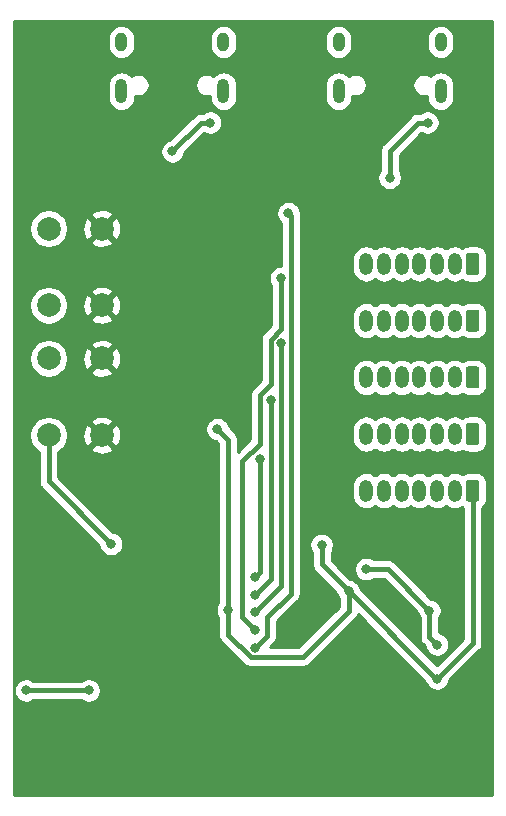
<source format=gbr>
%TF.GenerationSoftware,KiCad,Pcbnew,5.1.6-c6e7f7d~86~ubuntu18.04.1*%
%TF.CreationDate,2021-04-26T01:47:06-07:00*%
%TF.ProjectId,main_board,6d61696e-5f62-46f6-9172-642e6b696361,rev?*%
%TF.SameCoordinates,Original*%
%TF.FileFunction,Copper,L2,Bot*%
%TF.FilePolarity,Positive*%
%FSLAX46Y46*%
G04 Gerber Fmt 4.6, Leading zero omitted, Abs format (unit mm)*
G04 Created by KiCad (PCBNEW 5.1.6-c6e7f7d~86~ubuntu18.04.1) date 2021-04-26 01:47:06*
%MOMM*%
%LPD*%
G01*
G04 APERTURE LIST*
%TA.AperFunction,ComponentPad*%
%ADD10C,2.000000*%
%TD*%
%TA.AperFunction,ComponentPad*%
%ADD11C,0.500000*%
%TD*%
%TA.AperFunction,ComponentPad*%
%ADD12C,1.700000*%
%TD*%
%TA.AperFunction,ComponentPad*%
%ADD13C,5.600000*%
%TD*%
%TA.AperFunction,ComponentPad*%
%ADD14O,1.000000X2.100000*%
%TD*%
%TA.AperFunction,ComponentPad*%
%ADD15O,1.000000X1.600000*%
%TD*%
%TA.AperFunction,ComponentPad*%
%ADD16O,1.170000X1.870000*%
%TD*%
%TA.AperFunction,ViaPad*%
%ADD17C,0.800000*%
%TD*%
%TA.AperFunction,Conductor*%
%ADD18C,0.400000*%
%TD*%
%TA.AperFunction,Conductor*%
%ADD19C,0.254000*%
%TD*%
G04 APERTURE END LIST*
D10*
%TO.P,SW2,2*%
%TO.N,GND*%
X158200000Y-68800000D03*
%TO.P,SW2,1*%
%TO.N,/GPIO_0*%
X153700000Y-68800000D03*
%TO.P,SW2,2*%
%TO.N,GND*%
X158200000Y-62300000D03*
%TO.P,SW2,1*%
%TO.N,/GPIO_0*%
X153700000Y-62300000D03*
%TD*%
D11*
%TO.P,U1,43*%
%TO.N,GND*%
X163490000Y-90000000D03*
X166490000Y-90000000D03*
X163490000Y-91500000D03*
X166490000Y-91500000D03*
X164240000Y-89250000D03*
X165740000Y-89250000D03*
X164240000Y-92250000D03*
X165740000Y-92250000D03*
D12*
X164990000Y-90750000D03*
%TD*%
D13*
%TO.P,H2,1*%
%TO.N,GND*%
X153550000Y-36549999D03*
%TD*%
%TO.P,H1,1*%
%TO.N,GND*%
X188450000Y-96450000D03*
%TD*%
D14*
%TO.P,J7,S1*%
%TO.N,Net-(FB3-Pad1)*%
X178260000Y-39680000D03*
X186900000Y-39680000D03*
D15*
X186900000Y-35500000D03*
X178260000Y-35500000D03*
%TD*%
D14*
%TO.P,J6,S1*%
%TO.N,Net-(FB1-Pad1)*%
X159860000Y-39680000D03*
X168500000Y-39680000D03*
D15*
X168500000Y-35500000D03*
X159860000Y-35500000D03*
%TD*%
D10*
%TO.P,SW1,1*%
%TO.N,/CHIP_PU*%
X153700000Y-51300000D03*
%TO.P,SW1,2*%
%TO.N,GND*%
X158200000Y-51300000D03*
%TO.P,SW1,1*%
%TO.N,/CHIP_PU*%
X153700000Y-57800000D03*
%TO.P,SW1,2*%
%TO.N,GND*%
X158200000Y-57800000D03*
%TD*%
D16*
%TO.P,J5,7*%
%TO.N,Net-(J5-Pad7)*%
X180600000Y-73500000D03*
%TO.P,J5,6*%
%TO.N,/COL5*%
X182100000Y-73500000D03*
%TO.P,J5,5*%
%TO.N,/COL4*%
X183600000Y-73500000D03*
%TO.P,J5,4*%
%TO.N,/COL3*%
X185100000Y-73500000D03*
%TO.P,J5,3*%
%TO.N,/COL2*%
X186600000Y-73500000D03*
%TO.P,J5,2*%
%TO.N,/COL1*%
X188100000Y-73500000D03*
%TO.P,J5,1*%
%TO.N,+3V3*%
%TA.AperFunction,ComponentPad*%
G36*
G01*
X190185000Y-72814999D02*
X190185000Y-74185001D01*
G75*
G02*
X189935001Y-74435000I-249999J0D01*
G01*
X189264999Y-74435000D01*
G75*
G02*
X189015000Y-74185001I0J249999D01*
G01*
X189015000Y-72814999D01*
G75*
G02*
X189264999Y-72565000I249999J0D01*
G01*
X189935001Y-72565000D01*
G75*
G02*
X190185000Y-72814999I0J-249999D01*
G01*
G37*
%TD.AperFunction*%
%TD*%
%TO.P,J4,7*%
%TO.N,Net-(J4-Pad7)*%
X180600000Y-68700000D03*
%TO.P,J4,6*%
%TO.N,/COL5*%
X182100000Y-68700000D03*
%TO.P,J4,5*%
%TO.N,/COL4*%
X183600000Y-68700000D03*
%TO.P,J4,4*%
%TO.N,/COL3*%
X185100000Y-68700000D03*
%TO.P,J4,3*%
%TO.N,/COL2*%
X186600000Y-68700000D03*
%TO.P,J4,2*%
%TO.N,/COL1*%
X188100000Y-68700000D03*
%TO.P,J4,1*%
%TO.N,+3V3*%
%TA.AperFunction,ComponentPad*%
G36*
G01*
X190185000Y-68014999D02*
X190185000Y-69385001D01*
G75*
G02*
X189935001Y-69635000I-249999J0D01*
G01*
X189264999Y-69635000D01*
G75*
G02*
X189015000Y-69385001I0J249999D01*
G01*
X189015000Y-68014999D01*
G75*
G02*
X189264999Y-67765000I249999J0D01*
G01*
X189935001Y-67765000D01*
G75*
G02*
X190185000Y-68014999I0J-249999D01*
G01*
G37*
%TD.AperFunction*%
%TD*%
%TO.P,J3,7*%
%TO.N,Net-(J3-Pad7)*%
X180600000Y-63900000D03*
%TO.P,J3,6*%
%TO.N,/COL5*%
X182100000Y-63900000D03*
%TO.P,J3,5*%
%TO.N,/COL4*%
X183600000Y-63900000D03*
%TO.P,J3,4*%
%TO.N,/COL3*%
X185100000Y-63900000D03*
%TO.P,J3,3*%
%TO.N,/COL2*%
X186600000Y-63900000D03*
%TO.P,J3,2*%
%TO.N,/COL1*%
X188100000Y-63900000D03*
%TO.P,J3,1*%
%TO.N,+3V3*%
%TA.AperFunction,ComponentPad*%
G36*
G01*
X190185000Y-63214999D02*
X190185000Y-64585001D01*
G75*
G02*
X189935001Y-64835000I-249999J0D01*
G01*
X189264999Y-64835000D01*
G75*
G02*
X189015000Y-64585001I0J249999D01*
G01*
X189015000Y-63214999D01*
G75*
G02*
X189264999Y-62965000I249999J0D01*
G01*
X189935001Y-62965000D01*
G75*
G02*
X190185000Y-63214999I0J-249999D01*
G01*
G37*
%TD.AperFunction*%
%TD*%
%TO.P,J2,7*%
%TO.N,Net-(J2-Pad7)*%
X180600000Y-59100000D03*
%TO.P,J2,6*%
%TO.N,/COL5*%
X182100000Y-59100000D03*
%TO.P,J2,5*%
%TO.N,/COL4*%
X183600000Y-59100000D03*
%TO.P,J2,4*%
%TO.N,/COL3*%
X185100000Y-59100000D03*
%TO.P,J2,3*%
%TO.N,/COL2*%
X186600000Y-59100000D03*
%TO.P,J2,2*%
%TO.N,/COL1*%
X188100000Y-59100000D03*
%TO.P,J2,1*%
%TO.N,+3V3*%
%TA.AperFunction,ComponentPad*%
G36*
G01*
X190185000Y-58414999D02*
X190185000Y-59785001D01*
G75*
G02*
X189935001Y-60035000I-249999J0D01*
G01*
X189264999Y-60035000D01*
G75*
G02*
X189015000Y-59785001I0J249999D01*
G01*
X189015000Y-58414999D01*
G75*
G02*
X189264999Y-58165000I249999J0D01*
G01*
X189935001Y-58165000D01*
G75*
G02*
X190185000Y-58414999I0J-249999D01*
G01*
G37*
%TD.AperFunction*%
%TD*%
%TO.P,J1,7*%
%TO.N,Net-(J1-Pad7)*%
X180600000Y-54300000D03*
%TO.P,J1,6*%
%TO.N,/COL5*%
X182100000Y-54300000D03*
%TO.P,J1,5*%
%TO.N,/COL4*%
X183600000Y-54300000D03*
%TO.P,J1,4*%
%TO.N,/COL3*%
X185100000Y-54300000D03*
%TO.P,J1,3*%
%TO.N,/COL2*%
X186600000Y-54300000D03*
%TO.P,J1,2*%
%TO.N,/COL1*%
X188100000Y-54300000D03*
%TO.P,J1,1*%
%TO.N,+3V3*%
%TA.AperFunction,ComponentPad*%
G36*
G01*
X190185000Y-53614999D02*
X190185000Y-54985001D01*
G75*
G02*
X189935001Y-55235000I-249999J0D01*
G01*
X189264999Y-55235000D01*
G75*
G02*
X189015000Y-54985001I0J249999D01*
G01*
X189015000Y-53614999D01*
G75*
G02*
X189264999Y-53365000I249999J0D01*
G01*
X189935001Y-53365000D01*
G75*
G02*
X190185000Y-53614999I0J-249999D01*
G01*
G37*
%TD.AperFunction*%
%TD*%
D17*
%TO.N,GND*%
X187230000Y-46970000D03*
X185330000Y-46970000D03*
X179830000Y-46970000D03*
X159530000Y-46970000D03*
X161430000Y-46970000D03*
X166930000Y-46970000D03*
X170200000Y-49100000D03*
X177750000Y-51750000D03*
X177750000Y-57350000D03*
X177750000Y-62950000D03*
X177750000Y-68550000D03*
X151800000Y-98900000D03*
X182580000Y-42620000D03*
X164180000Y-42620000D03*
X168830000Y-46970000D03*
X187400000Y-41700000D03*
X169000000Y-41700000D03*
X159625000Y-41900000D03*
X177200000Y-41962500D03*
X178600000Y-96100000D03*
X178600000Y-98300000D03*
X177750000Y-74150000D03*
X171300000Y-98800000D03*
X170150000Y-57550000D03*
X179950000Y-76650000D03*
X186600000Y-80850000D03*
X175600000Y-85000000D03*
X156300000Y-98800000D03*
X174750000Y-45750000D03*
X167100000Y-53500000D03*
%TO.N,+3V3*%
X151800000Y-90400000D03*
X168000000Y-68275000D03*
X186600000Y-89400000D03*
X179100000Y-82000000D03*
X176825000Y-78075000D03*
X168900000Y-83600000D03*
X157100000Y-90400000D03*
%TO.N,/GPIO_0*%
X159000000Y-78000000D03*
%TO.N,Net-(C8-Pad1)*%
X167390000Y-42330000D03*
X164180000Y-44760000D03*
%TO.N,Net-(C9-Pad1)*%
X182580000Y-47010000D03*
X185790000Y-42330000D03*
%TO.N,/ROW5*%
X174000000Y-50000000D03*
X171200000Y-86800000D03*
%TO.N,/ROW4*%
X171200000Y-85300000D03*
X173399990Y-55500000D03*
%TO.N,/ROW3*%
X171200000Y-83800000D03*
X173399990Y-61000000D03*
%TO.N,/ROW2*%
X171200000Y-82300000D03*
X172499990Y-65800000D03*
%TO.N,/ROW1*%
X171600000Y-70800000D03*
X171200000Y-80800000D03*
%TO.N,/AMP_REF*%
X185950000Y-83650000D03*
X180600000Y-80125000D03*
X186600000Y-86517876D03*
%TD*%
D18*
%TO.N,GND*%
X164990000Y-73750000D02*
X164990000Y-73000000D01*
X164990000Y-73750000D02*
X165740000Y-73750000D01*
X164990000Y-73750000D02*
X164990000Y-74500000D01*
X164990000Y-73750000D02*
X164240000Y-73750000D01*
%TO.N,+3V3*%
X176825000Y-79725000D02*
X179100000Y-82000000D01*
X176825000Y-78075000D02*
X176825000Y-79725000D01*
X186600000Y-89400000D02*
X189600000Y-86400000D01*
X168900000Y-69175000D02*
X168900000Y-83600000D01*
X168000000Y-68275000D02*
X168900000Y-69175000D01*
X157100000Y-90400000D02*
X151800000Y-90400000D01*
X189600000Y-86400000D02*
X189600000Y-73500000D01*
X186500000Y-89400000D02*
X186600000Y-89400000D01*
X179100000Y-82000000D02*
X186500000Y-89400000D01*
X179100000Y-83700000D02*
X179100000Y-82000000D01*
X175199999Y-87600001D02*
X179100000Y-83700000D01*
X170815999Y-87600001D02*
X175199999Y-87600001D01*
X168900000Y-83600000D02*
X168900000Y-85684002D01*
X168900000Y-85684002D02*
X170815999Y-87600001D01*
%TO.N,/GPIO_0*%
X153700000Y-72700000D02*
X159000000Y-78000000D01*
X153700000Y-68800000D02*
X153700000Y-72700000D01*
%TO.N,Net-(C8-Pad1)*%
X166610000Y-42330000D02*
X164180000Y-44760000D01*
X167390000Y-42330000D02*
X166610000Y-42330000D01*
%TO.N,Net-(C9-Pad1)*%
X185790000Y-42330000D02*
X184970000Y-42330000D01*
X182580000Y-44720000D02*
X182580000Y-47010000D01*
X184970000Y-42330000D02*
X182580000Y-44720000D01*
%TO.N,/ROW5*%
X172200000Y-84200000D02*
X172200000Y-85800000D01*
X172200000Y-85800000D02*
X171200000Y-86800000D01*
X174200000Y-82200000D02*
X172200000Y-84200000D01*
X174000000Y-50000000D02*
X174200000Y-50200000D01*
X174200000Y-50200000D02*
X174200000Y-82200000D01*
%TO.N,/ROW4*%
X170099977Y-84199977D02*
X171200000Y-85300000D01*
X170099977Y-71000023D02*
X170099977Y-84199977D01*
X173399990Y-59800000D02*
X172500000Y-60699990D01*
X173399990Y-55500000D02*
X173399990Y-59800000D01*
X172500000Y-60699990D02*
X172500000Y-64500000D01*
X172500000Y-64500000D02*
X171600000Y-65400000D01*
X171600000Y-65400000D02*
X171600000Y-69500000D01*
X171600000Y-69500000D02*
X170099977Y-71000023D01*
%TO.N,/ROW3*%
X171200000Y-83800000D02*
X173399990Y-81600010D01*
X173399990Y-81600010D02*
X173399990Y-61000000D01*
%TO.N,/ROW2*%
X171200000Y-82300000D02*
X172499990Y-81000010D01*
X172499990Y-81000010D02*
X172499990Y-65800000D01*
%TO.N,/ROW1*%
X171599999Y-80400001D02*
X171200000Y-80800000D01*
X171600000Y-70800000D02*
X171599999Y-80400001D01*
%TO.N,/AMP_REF*%
X182425000Y-80125000D02*
X185950000Y-83650000D01*
X180600000Y-80125000D02*
X182425000Y-80125000D01*
X185950000Y-85867876D02*
X186600000Y-86517876D01*
X185950000Y-83650000D02*
X185950000Y-85867876D01*
%TD*%
D19*
%TO.N,GND*%
G36*
X191265000Y-99265000D02*
G01*
X150735000Y-99265000D01*
X150735000Y-90298061D01*
X150765000Y-90298061D01*
X150765000Y-90501939D01*
X150804774Y-90701898D01*
X150882795Y-90890256D01*
X150996063Y-91059774D01*
X151140226Y-91203937D01*
X151309744Y-91317205D01*
X151498102Y-91395226D01*
X151698061Y-91435000D01*
X151901939Y-91435000D01*
X152101898Y-91395226D01*
X152290256Y-91317205D01*
X152413285Y-91235000D01*
X156486715Y-91235000D01*
X156609744Y-91317205D01*
X156798102Y-91395226D01*
X156998061Y-91435000D01*
X157201939Y-91435000D01*
X157401898Y-91395226D01*
X157590256Y-91317205D01*
X157759774Y-91203937D01*
X157903937Y-91059774D01*
X158017205Y-90890256D01*
X158095226Y-90701898D01*
X158135000Y-90501939D01*
X158135000Y-90298061D01*
X158095226Y-90098102D01*
X158017205Y-89909744D01*
X157903937Y-89740226D01*
X157759774Y-89596063D01*
X157590256Y-89482795D01*
X157401898Y-89404774D01*
X157201939Y-89365000D01*
X156998061Y-89365000D01*
X156798102Y-89404774D01*
X156609744Y-89482795D01*
X156486715Y-89565000D01*
X152413285Y-89565000D01*
X152290256Y-89482795D01*
X152101898Y-89404774D01*
X151901939Y-89365000D01*
X151698061Y-89365000D01*
X151498102Y-89404774D01*
X151309744Y-89482795D01*
X151140226Y-89596063D01*
X150996063Y-89740226D01*
X150882795Y-89909744D01*
X150804774Y-90098102D01*
X150765000Y-90298061D01*
X150735000Y-90298061D01*
X150735000Y-68638967D01*
X152065000Y-68638967D01*
X152065000Y-68961033D01*
X152127832Y-69276912D01*
X152251082Y-69574463D01*
X152430013Y-69842252D01*
X152657748Y-70069987D01*
X152865000Y-70208469D01*
X152865001Y-72658972D01*
X152860960Y-72700000D01*
X152877082Y-72863688D01*
X152924828Y-73021086D01*
X153002364Y-73166145D01*
X153025907Y-73194832D01*
X153106710Y-73293291D01*
X153138574Y-73319441D01*
X157975908Y-78156777D01*
X158004774Y-78301898D01*
X158082795Y-78490256D01*
X158196063Y-78659774D01*
X158340226Y-78803937D01*
X158509744Y-78917205D01*
X158698102Y-78995226D01*
X158898061Y-79035000D01*
X159101939Y-79035000D01*
X159301898Y-78995226D01*
X159490256Y-78917205D01*
X159659774Y-78803937D01*
X159803937Y-78659774D01*
X159917205Y-78490256D01*
X159995226Y-78301898D01*
X160035000Y-78101939D01*
X160035000Y-77898061D01*
X159995226Y-77698102D01*
X159917205Y-77509744D01*
X159803937Y-77340226D01*
X159659774Y-77196063D01*
X159490256Y-77082795D01*
X159301898Y-77004774D01*
X159156777Y-76975908D01*
X154535000Y-72354133D01*
X154535000Y-70208468D01*
X154742252Y-70069987D01*
X154876826Y-69935413D01*
X157244192Y-69935413D01*
X157339956Y-70199814D01*
X157629571Y-70340704D01*
X157941108Y-70422384D01*
X158262595Y-70441718D01*
X158581675Y-70397961D01*
X158886088Y-70292795D01*
X159060044Y-70199814D01*
X159155808Y-69935413D01*
X158200000Y-68979605D01*
X157244192Y-69935413D01*
X154876826Y-69935413D01*
X154969987Y-69842252D01*
X155148918Y-69574463D01*
X155272168Y-69276912D01*
X155335000Y-68961033D01*
X155335000Y-68862595D01*
X156558282Y-68862595D01*
X156602039Y-69181675D01*
X156707205Y-69486088D01*
X156800186Y-69660044D01*
X157064587Y-69755808D01*
X158020395Y-68800000D01*
X158379605Y-68800000D01*
X159335413Y-69755808D01*
X159599814Y-69660044D01*
X159740704Y-69370429D01*
X159822384Y-69058892D01*
X159841718Y-68737405D01*
X159797961Y-68418325D01*
X159713230Y-68173061D01*
X166965000Y-68173061D01*
X166965000Y-68376939D01*
X167004774Y-68576898D01*
X167082795Y-68765256D01*
X167196063Y-68934774D01*
X167340226Y-69078937D01*
X167509744Y-69192205D01*
X167698102Y-69270226D01*
X167843225Y-69299093D01*
X168065000Y-69520868D01*
X168065001Y-82986714D01*
X167982795Y-83109744D01*
X167904774Y-83298102D01*
X167865000Y-83498061D01*
X167865000Y-83701939D01*
X167904774Y-83901898D01*
X167982795Y-84090256D01*
X168065000Y-84213285D01*
X168065001Y-85642974D01*
X168060960Y-85684002D01*
X168077082Y-85847690D01*
X168124828Y-86005088D01*
X168202364Y-86150147D01*
X168202365Y-86150148D01*
X168306710Y-86277293D01*
X168338574Y-86303443D01*
X170196562Y-88161433D01*
X170222708Y-88193292D01*
X170349853Y-88297637D01*
X170494912Y-88375173D01*
X170652310Y-88422919D01*
X170774980Y-88435001D01*
X170774981Y-88435001D01*
X170815999Y-88439041D01*
X170857017Y-88435001D01*
X175158981Y-88435001D01*
X175199999Y-88439041D01*
X175241017Y-88435001D01*
X175241018Y-88435001D01*
X175363688Y-88422919D01*
X175521086Y-88375173D01*
X175666145Y-88297637D01*
X175793290Y-88193292D01*
X175819445Y-88161422D01*
X179661428Y-84319440D01*
X179693291Y-84293291D01*
X179797636Y-84166146D01*
X179875172Y-84021087D01*
X179890311Y-83971179D01*
X185600738Y-89681606D01*
X185604774Y-89701898D01*
X185682795Y-89890256D01*
X185796063Y-90059774D01*
X185940226Y-90203937D01*
X186109744Y-90317205D01*
X186298102Y-90395226D01*
X186498061Y-90435000D01*
X186701939Y-90435000D01*
X186901898Y-90395226D01*
X187090256Y-90317205D01*
X187259774Y-90203937D01*
X187403937Y-90059774D01*
X187517205Y-89890256D01*
X187595226Y-89701898D01*
X187624093Y-89556775D01*
X190161433Y-87019436D01*
X190193291Y-86993291D01*
X190297636Y-86866146D01*
X190375172Y-86721087D01*
X190422918Y-86563689D01*
X190435000Y-86441019D01*
X190435000Y-86441018D01*
X190439040Y-86400000D01*
X190435000Y-86358982D01*
X190435000Y-74917978D01*
X190562962Y-74812962D01*
X190673405Y-74678387D01*
X190755472Y-74524851D01*
X190806008Y-74358255D01*
X190823072Y-74185001D01*
X190823072Y-72814999D01*
X190806008Y-72641745D01*
X190755472Y-72475149D01*
X190673405Y-72321613D01*
X190562962Y-72187038D01*
X190428387Y-72076595D01*
X190274851Y-71994528D01*
X190108255Y-71943992D01*
X189935001Y-71926928D01*
X189264999Y-71926928D01*
X189091745Y-71943992D01*
X188925149Y-71994528D01*
X188771613Y-72076595D01*
X188735422Y-72106297D01*
X188569133Y-72017413D01*
X188339162Y-71947652D01*
X188100000Y-71924097D01*
X187860839Y-71947652D01*
X187630868Y-72017413D01*
X187418926Y-72130699D01*
X187350001Y-72187265D01*
X187281075Y-72130699D01*
X187069133Y-72017413D01*
X186839162Y-71947652D01*
X186600000Y-71924097D01*
X186360839Y-71947652D01*
X186130868Y-72017413D01*
X185918926Y-72130699D01*
X185850001Y-72187265D01*
X185781075Y-72130699D01*
X185569133Y-72017413D01*
X185339162Y-71947652D01*
X185100000Y-71924097D01*
X184860839Y-71947652D01*
X184630868Y-72017413D01*
X184418926Y-72130699D01*
X184350001Y-72187265D01*
X184281075Y-72130699D01*
X184069133Y-72017413D01*
X183839162Y-71947652D01*
X183600000Y-71924097D01*
X183360839Y-71947652D01*
X183130868Y-72017413D01*
X182918926Y-72130699D01*
X182850001Y-72187265D01*
X182781075Y-72130699D01*
X182569133Y-72017413D01*
X182339162Y-71947652D01*
X182100000Y-71924097D01*
X181860839Y-71947652D01*
X181630868Y-72017413D01*
X181418926Y-72130699D01*
X181350001Y-72187265D01*
X181281075Y-72130699D01*
X181069133Y-72017413D01*
X180839162Y-71947652D01*
X180600000Y-71924097D01*
X180360839Y-71947652D01*
X180130868Y-72017413D01*
X179918926Y-72130699D01*
X179733157Y-72283156D01*
X179580700Y-72468925D01*
X179467413Y-72680867D01*
X179397652Y-72910838D01*
X179380000Y-73090065D01*
X179380000Y-73909934D01*
X179397652Y-74089161D01*
X179467413Y-74319132D01*
X179580699Y-74531074D01*
X179733156Y-74716844D01*
X179918925Y-74869301D01*
X180130867Y-74982587D01*
X180360838Y-75052348D01*
X180600000Y-75075903D01*
X180839161Y-75052348D01*
X181069132Y-74982587D01*
X181281074Y-74869301D01*
X181350000Y-74812735D01*
X181418925Y-74869301D01*
X181630867Y-74982587D01*
X181860838Y-75052348D01*
X182100000Y-75075903D01*
X182339161Y-75052348D01*
X182569132Y-74982587D01*
X182781074Y-74869301D01*
X182850000Y-74812735D01*
X182918925Y-74869301D01*
X183130867Y-74982587D01*
X183360838Y-75052348D01*
X183600000Y-75075903D01*
X183839161Y-75052348D01*
X184069132Y-74982587D01*
X184281074Y-74869301D01*
X184350000Y-74812735D01*
X184418925Y-74869301D01*
X184630867Y-74982587D01*
X184860838Y-75052348D01*
X185100000Y-75075903D01*
X185339161Y-75052348D01*
X185569132Y-74982587D01*
X185781074Y-74869301D01*
X185850000Y-74812735D01*
X185918925Y-74869301D01*
X186130867Y-74982587D01*
X186360838Y-75052348D01*
X186600000Y-75075903D01*
X186839161Y-75052348D01*
X187069132Y-74982587D01*
X187281074Y-74869301D01*
X187350000Y-74812735D01*
X187418925Y-74869301D01*
X187630867Y-74982587D01*
X187860838Y-75052348D01*
X188100000Y-75075903D01*
X188339161Y-75052348D01*
X188569132Y-74982587D01*
X188735421Y-74893703D01*
X188765001Y-74917979D01*
X188765000Y-86054131D01*
X186550000Y-88269132D01*
X180124093Y-81843226D01*
X180095226Y-81698102D01*
X180017205Y-81509744D01*
X179903937Y-81340226D01*
X179759774Y-81196063D01*
X179590256Y-81082795D01*
X179401898Y-81004774D01*
X179256776Y-80975908D01*
X178303929Y-80023061D01*
X179565000Y-80023061D01*
X179565000Y-80226939D01*
X179604774Y-80426898D01*
X179682795Y-80615256D01*
X179796063Y-80784774D01*
X179940226Y-80928937D01*
X180109744Y-81042205D01*
X180298102Y-81120226D01*
X180498061Y-81160000D01*
X180701939Y-81160000D01*
X180901898Y-81120226D01*
X181090256Y-81042205D01*
X181213285Y-80960000D01*
X182079133Y-80960000D01*
X184925908Y-83806777D01*
X184954774Y-83951898D01*
X185032795Y-84140256D01*
X185115000Y-84263285D01*
X185115001Y-85826848D01*
X185110960Y-85867876D01*
X185127082Y-86031564D01*
X185174828Y-86188962D01*
X185252364Y-86334021D01*
X185268914Y-86354187D01*
X185356710Y-86461167D01*
X185388573Y-86487317D01*
X185575908Y-86674651D01*
X185604774Y-86819774D01*
X185682795Y-87008132D01*
X185796063Y-87177650D01*
X185940226Y-87321813D01*
X186109744Y-87435081D01*
X186298102Y-87513102D01*
X186498061Y-87552876D01*
X186701939Y-87552876D01*
X186901898Y-87513102D01*
X187090256Y-87435081D01*
X187259774Y-87321813D01*
X187403937Y-87177650D01*
X187517205Y-87008132D01*
X187595226Y-86819774D01*
X187635000Y-86619815D01*
X187635000Y-86415937D01*
X187595226Y-86215978D01*
X187517205Y-86027620D01*
X187403937Y-85858102D01*
X187259774Y-85713939D01*
X187090256Y-85600671D01*
X186901898Y-85522650D01*
X186785000Y-85499398D01*
X186785000Y-84263285D01*
X186867205Y-84140256D01*
X186945226Y-83951898D01*
X186985000Y-83751939D01*
X186985000Y-83548061D01*
X186945226Y-83348102D01*
X186867205Y-83159744D01*
X186753937Y-82990226D01*
X186609774Y-82846063D01*
X186440256Y-82732795D01*
X186251898Y-82654774D01*
X186106777Y-82625908D01*
X183044446Y-79563579D01*
X183018291Y-79531709D01*
X182891146Y-79427364D01*
X182746087Y-79349828D01*
X182588689Y-79302082D01*
X182466019Y-79290000D01*
X182466018Y-79290000D01*
X182425000Y-79285960D01*
X182383982Y-79290000D01*
X181213285Y-79290000D01*
X181090256Y-79207795D01*
X180901898Y-79129774D01*
X180701939Y-79090000D01*
X180498061Y-79090000D01*
X180298102Y-79129774D01*
X180109744Y-79207795D01*
X179940226Y-79321063D01*
X179796063Y-79465226D01*
X179682795Y-79634744D01*
X179604774Y-79823102D01*
X179565000Y-80023061D01*
X178303929Y-80023061D01*
X177660000Y-79379133D01*
X177660000Y-78688285D01*
X177742205Y-78565256D01*
X177820226Y-78376898D01*
X177860000Y-78176939D01*
X177860000Y-77973061D01*
X177820226Y-77773102D01*
X177742205Y-77584744D01*
X177628937Y-77415226D01*
X177484774Y-77271063D01*
X177315256Y-77157795D01*
X177126898Y-77079774D01*
X176926939Y-77040000D01*
X176723061Y-77040000D01*
X176523102Y-77079774D01*
X176334744Y-77157795D01*
X176165226Y-77271063D01*
X176021063Y-77415226D01*
X175907795Y-77584744D01*
X175829774Y-77773102D01*
X175790000Y-77973061D01*
X175790000Y-78176939D01*
X175829774Y-78376898D01*
X175907795Y-78565256D01*
X175990000Y-78688285D01*
X175990001Y-79683972D01*
X175985960Y-79725000D01*
X176002082Y-79888688D01*
X176049828Y-80046086D01*
X176111236Y-80160971D01*
X176127365Y-80191146D01*
X176231710Y-80318291D01*
X176263574Y-80344441D01*
X178075908Y-82156776D01*
X178104774Y-82301898D01*
X178182795Y-82490256D01*
X178265001Y-82613286D01*
X178265000Y-83354132D01*
X174854132Y-86765001D01*
X172415867Y-86765001D01*
X172761432Y-86419437D01*
X172793291Y-86393291D01*
X172897636Y-86266146D01*
X172975172Y-86121087D01*
X173022918Y-85963689D01*
X173035000Y-85841019D01*
X173035000Y-85841018D01*
X173039040Y-85800000D01*
X173035000Y-85758982D01*
X173035000Y-84545867D01*
X174761427Y-82819441D01*
X174793291Y-82793291D01*
X174897636Y-82666146D01*
X174975172Y-82521087D01*
X175022918Y-82363689D01*
X175035000Y-82241019D01*
X175039040Y-82200001D01*
X175035000Y-82158982D01*
X175035000Y-68290065D01*
X179380000Y-68290065D01*
X179380000Y-69109934D01*
X179397652Y-69289161D01*
X179467413Y-69519132D01*
X179580699Y-69731074D01*
X179733156Y-69916844D01*
X179918925Y-70069301D01*
X180130867Y-70182587D01*
X180360838Y-70252348D01*
X180600000Y-70275903D01*
X180839161Y-70252348D01*
X181069132Y-70182587D01*
X181281074Y-70069301D01*
X181350000Y-70012735D01*
X181418925Y-70069301D01*
X181630867Y-70182587D01*
X181860838Y-70252348D01*
X182100000Y-70275903D01*
X182339161Y-70252348D01*
X182569132Y-70182587D01*
X182781074Y-70069301D01*
X182850000Y-70012735D01*
X182918925Y-70069301D01*
X183130867Y-70182587D01*
X183360838Y-70252348D01*
X183600000Y-70275903D01*
X183839161Y-70252348D01*
X184069132Y-70182587D01*
X184281074Y-70069301D01*
X184350000Y-70012735D01*
X184418925Y-70069301D01*
X184630867Y-70182587D01*
X184860838Y-70252348D01*
X185100000Y-70275903D01*
X185339161Y-70252348D01*
X185569132Y-70182587D01*
X185781074Y-70069301D01*
X185850000Y-70012735D01*
X185918925Y-70069301D01*
X186130867Y-70182587D01*
X186360838Y-70252348D01*
X186600000Y-70275903D01*
X186839161Y-70252348D01*
X187069132Y-70182587D01*
X187281074Y-70069301D01*
X187350000Y-70012735D01*
X187418925Y-70069301D01*
X187630867Y-70182587D01*
X187860838Y-70252348D01*
X188100000Y-70275903D01*
X188339161Y-70252348D01*
X188569132Y-70182587D01*
X188735421Y-70093703D01*
X188771613Y-70123405D01*
X188925149Y-70205472D01*
X189091745Y-70256008D01*
X189264999Y-70273072D01*
X189935001Y-70273072D01*
X190108255Y-70256008D01*
X190274851Y-70205472D01*
X190428387Y-70123405D01*
X190562962Y-70012962D01*
X190673405Y-69878387D01*
X190755472Y-69724851D01*
X190806008Y-69558255D01*
X190823072Y-69385001D01*
X190823072Y-68014999D01*
X190806008Y-67841745D01*
X190755472Y-67675149D01*
X190673405Y-67521613D01*
X190562962Y-67387038D01*
X190428387Y-67276595D01*
X190274851Y-67194528D01*
X190108255Y-67143992D01*
X189935001Y-67126928D01*
X189264999Y-67126928D01*
X189091745Y-67143992D01*
X188925149Y-67194528D01*
X188771613Y-67276595D01*
X188735422Y-67306297D01*
X188569133Y-67217413D01*
X188339162Y-67147652D01*
X188100000Y-67124097D01*
X187860839Y-67147652D01*
X187630868Y-67217413D01*
X187418926Y-67330699D01*
X187350001Y-67387265D01*
X187281075Y-67330699D01*
X187069133Y-67217413D01*
X186839162Y-67147652D01*
X186600000Y-67124097D01*
X186360839Y-67147652D01*
X186130868Y-67217413D01*
X185918926Y-67330699D01*
X185850001Y-67387265D01*
X185781075Y-67330699D01*
X185569133Y-67217413D01*
X185339162Y-67147652D01*
X185100000Y-67124097D01*
X184860839Y-67147652D01*
X184630868Y-67217413D01*
X184418926Y-67330699D01*
X184350001Y-67387265D01*
X184281075Y-67330699D01*
X184069133Y-67217413D01*
X183839162Y-67147652D01*
X183600000Y-67124097D01*
X183360839Y-67147652D01*
X183130868Y-67217413D01*
X182918926Y-67330699D01*
X182850001Y-67387265D01*
X182781075Y-67330699D01*
X182569133Y-67217413D01*
X182339162Y-67147652D01*
X182100000Y-67124097D01*
X181860839Y-67147652D01*
X181630868Y-67217413D01*
X181418926Y-67330699D01*
X181350001Y-67387265D01*
X181281075Y-67330699D01*
X181069133Y-67217413D01*
X180839162Y-67147652D01*
X180600000Y-67124097D01*
X180360839Y-67147652D01*
X180130868Y-67217413D01*
X179918926Y-67330699D01*
X179733157Y-67483156D01*
X179580700Y-67668925D01*
X179467413Y-67880867D01*
X179397652Y-68110838D01*
X179380000Y-68290065D01*
X175035000Y-68290065D01*
X175035000Y-63490065D01*
X179380000Y-63490065D01*
X179380000Y-64309934D01*
X179397652Y-64489161D01*
X179467413Y-64719132D01*
X179580699Y-64931074D01*
X179733156Y-65116844D01*
X179918925Y-65269301D01*
X180130867Y-65382587D01*
X180360838Y-65452348D01*
X180600000Y-65475903D01*
X180839161Y-65452348D01*
X181069132Y-65382587D01*
X181281074Y-65269301D01*
X181350000Y-65212735D01*
X181418925Y-65269301D01*
X181630867Y-65382587D01*
X181860838Y-65452348D01*
X182100000Y-65475903D01*
X182339161Y-65452348D01*
X182569132Y-65382587D01*
X182781074Y-65269301D01*
X182850000Y-65212735D01*
X182918925Y-65269301D01*
X183130867Y-65382587D01*
X183360838Y-65452348D01*
X183600000Y-65475903D01*
X183839161Y-65452348D01*
X184069132Y-65382587D01*
X184281074Y-65269301D01*
X184350000Y-65212735D01*
X184418925Y-65269301D01*
X184630867Y-65382587D01*
X184860838Y-65452348D01*
X185100000Y-65475903D01*
X185339161Y-65452348D01*
X185569132Y-65382587D01*
X185781074Y-65269301D01*
X185850000Y-65212735D01*
X185918925Y-65269301D01*
X186130867Y-65382587D01*
X186360838Y-65452348D01*
X186600000Y-65475903D01*
X186839161Y-65452348D01*
X187069132Y-65382587D01*
X187281074Y-65269301D01*
X187350000Y-65212735D01*
X187418925Y-65269301D01*
X187630867Y-65382587D01*
X187860838Y-65452348D01*
X188100000Y-65475903D01*
X188339161Y-65452348D01*
X188569132Y-65382587D01*
X188735421Y-65293703D01*
X188771613Y-65323405D01*
X188925149Y-65405472D01*
X189091745Y-65456008D01*
X189264999Y-65473072D01*
X189935001Y-65473072D01*
X190108255Y-65456008D01*
X190274851Y-65405472D01*
X190428387Y-65323405D01*
X190562962Y-65212962D01*
X190673405Y-65078387D01*
X190755472Y-64924851D01*
X190806008Y-64758255D01*
X190823072Y-64585001D01*
X190823072Y-63214999D01*
X190806008Y-63041745D01*
X190755472Y-62875149D01*
X190673405Y-62721613D01*
X190562962Y-62587038D01*
X190428387Y-62476595D01*
X190274851Y-62394528D01*
X190108255Y-62343992D01*
X189935001Y-62326928D01*
X189264999Y-62326928D01*
X189091745Y-62343992D01*
X188925149Y-62394528D01*
X188771613Y-62476595D01*
X188735422Y-62506297D01*
X188569133Y-62417413D01*
X188339162Y-62347652D01*
X188100000Y-62324097D01*
X187860839Y-62347652D01*
X187630868Y-62417413D01*
X187418926Y-62530699D01*
X187350001Y-62587265D01*
X187281075Y-62530699D01*
X187069133Y-62417413D01*
X186839162Y-62347652D01*
X186600000Y-62324097D01*
X186360839Y-62347652D01*
X186130868Y-62417413D01*
X185918926Y-62530699D01*
X185850001Y-62587265D01*
X185781075Y-62530699D01*
X185569133Y-62417413D01*
X185339162Y-62347652D01*
X185100000Y-62324097D01*
X184860839Y-62347652D01*
X184630868Y-62417413D01*
X184418926Y-62530699D01*
X184350001Y-62587265D01*
X184281075Y-62530699D01*
X184069133Y-62417413D01*
X183839162Y-62347652D01*
X183600000Y-62324097D01*
X183360839Y-62347652D01*
X183130868Y-62417413D01*
X182918926Y-62530699D01*
X182850001Y-62587265D01*
X182781075Y-62530699D01*
X182569133Y-62417413D01*
X182339162Y-62347652D01*
X182100000Y-62324097D01*
X181860839Y-62347652D01*
X181630868Y-62417413D01*
X181418926Y-62530699D01*
X181350001Y-62587265D01*
X181281075Y-62530699D01*
X181069133Y-62417413D01*
X180839162Y-62347652D01*
X180600000Y-62324097D01*
X180360839Y-62347652D01*
X180130868Y-62417413D01*
X179918926Y-62530699D01*
X179733157Y-62683156D01*
X179580700Y-62868925D01*
X179467413Y-63080867D01*
X179397652Y-63310838D01*
X179380000Y-63490065D01*
X175035000Y-63490065D01*
X175035000Y-58690065D01*
X179380000Y-58690065D01*
X179380000Y-59509934D01*
X179397652Y-59689161D01*
X179467413Y-59919132D01*
X179580699Y-60131074D01*
X179733156Y-60316844D01*
X179918925Y-60469301D01*
X180130867Y-60582587D01*
X180360838Y-60652348D01*
X180600000Y-60675903D01*
X180839161Y-60652348D01*
X181069132Y-60582587D01*
X181281074Y-60469301D01*
X181350000Y-60412735D01*
X181418925Y-60469301D01*
X181630867Y-60582587D01*
X181860838Y-60652348D01*
X182100000Y-60675903D01*
X182339161Y-60652348D01*
X182569132Y-60582587D01*
X182781074Y-60469301D01*
X182850000Y-60412735D01*
X182918925Y-60469301D01*
X183130867Y-60582587D01*
X183360838Y-60652348D01*
X183600000Y-60675903D01*
X183839161Y-60652348D01*
X184069132Y-60582587D01*
X184281074Y-60469301D01*
X184350000Y-60412735D01*
X184418925Y-60469301D01*
X184630867Y-60582587D01*
X184860838Y-60652348D01*
X185100000Y-60675903D01*
X185339161Y-60652348D01*
X185569132Y-60582587D01*
X185781074Y-60469301D01*
X185850000Y-60412735D01*
X185918925Y-60469301D01*
X186130867Y-60582587D01*
X186360838Y-60652348D01*
X186600000Y-60675903D01*
X186839161Y-60652348D01*
X187069132Y-60582587D01*
X187281074Y-60469301D01*
X187350000Y-60412735D01*
X187418925Y-60469301D01*
X187630867Y-60582587D01*
X187860838Y-60652348D01*
X188100000Y-60675903D01*
X188339161Y-60652348D01*
X188569132Y-60582587D01*
X188735421Y-60493703D01*
X188771613Y-60523405D01*
X188925149Y-60605472D01*
X189091745Y-60656008D01*
X189264999Y-60673072D01*
X189935001Y-60673072D01*
X190108255Y-60656008D01*
X190274851Y-60605472D01*
X190428387Y-60523405D01*
X190562962Y-60412962D01*
X190673405Y-60278387D01*
X190755472Y-60124851D01*
X190806008Y-59958255D01*
X190823072Y-59785001D01*
X190823072Y-58414999D01*
X190806008Y-58241745D01*
X190755472Y-58075149D01*
X190673405Y-57921613D01*
X190562962Y-57787038D01*
X190428387Y-57676595D01*
X190274851Y-57594528D01*
X190108255Y-57543992D01*
X189935001Y-57526928D01*
X189264999Y-57526928D01*
X189091745Y-57543992D01*
X188925149Y-57594528D01*
X188771613Y-57676595D01*
X188735422Y-57706297D01*
X188569133Y-57617413D01*
X188339162Y-57547652D01*
X188100000Y-57524097D01*
X187860839Y-57547652D01*
X187630868Y-57617413D01*
X187418926Y-57730699D01*
X187350001Y-57787265D01*
X187281075Y-57730699D01*
X187069133Y-57617413D01*
X186839162Y-57547652D01*
X186600000Y-57524097D01*
X186360839Y-57547652D01*
X186130868Y-57617413D01*
X185918926Y-57730699D01*
X185850001Y-57787265D01*
X185781075Y-57730699D01*
X185569133Y-57617413D01*
X185339162Y-57547652D01*
X185100000Y-57524097D01*
X184860839Y-57547652D01*
X184630868Y-57617413D01*
X184418926Y-57730699D01*
X184350001Y-57787265D01*
X184281075Y-57730699D01*
X184069133Y-57617413D01*
X183839162Y-57547652D01*
X183600000Y-57524097D01*
X183360839Y-57547652D01*
X183130868Y-57617413D01*
X182918926Y-57730699D01*
X182850001Y-57787265D01*
X182781075Y-57730699D01*
X182569133Y-57617413D01*
X182339162Y-57547652D01*
X182100000Y-57524097D01*
X181860839Y-57547652D01*
X181630868Y-57617413D01*
X181418926Y-57730699D01*
X181350001Y-57787265D01*
X181281075Y-57730699D01*
X181069133Y-57617413D01*
X180839162Y-57547652D01*
X180600000Y-57524097D01*
X180360839Y-57547652D01*
X180130868Y-57617413D01*
X179918926Y-57730699D01*
X179733157Y-57883156D01*
X179580700Y-58068925D01*
X179467413Y-58280867D01*
X179397652Y-58510838D01*
X179380000Y-58690065D01*
X175035000Y-58690065D01*
X175035000Y-53890065D01*
X179380000Y-53890065D01*
X179380000Y-54709934D01*
X179397652Y-54889161D01*
X179467413Y-55119132D01*
X179580699Y-55331074D01*
X179733156Y-55516844D01*
X179918925Y-55669301D01*
X180130867Y-55782587D01*
X180360838Y-55852348D01*
X180600000Y-55875903D01*
X180839161Y-55852348D01*
X181069132Y-55782587D01*
X181281074Y-55669301D01*
X181350000Y-55612735D01*
X181418925Y-55669301D01*
X181630867Y-55782587D01*
X181860838Y-55852348D01*
X182100000Y-55875903D01*
X182339161Y-55852348D01*
X182569132Y-55782587D01*
X182781074Y-55669301D01*
X182850000Y-55612735D01*
X182918925Y-55669301D01*
X183130867Y-55782587D01*
X183360838Y-55852348D01*
X183600000Y-55875903D01*
X183839161Y-55852348D01*
X184069132Y-55782587D01*
X184281074Y-55669301D01*
X184350000Y-55612735D01*
X184418925Y-55669301D01*
X184630867Y-55782587D01*
X184860838Y-55852348D01*
X185100000Y-55875903D01*
X185339161Y-55852348D01*
X185569132Y-55782587D01*
X185781074Y-55669301D01*
X185850000Y-55612735D01*
X185918925Y-55669301D01*
X186130867Y-55782587D01*
X186360838Y-55852348D01*
X186600000Y-55875903D01*
X186839161Y-55852348D01*
X187069132Y-55782587D01*
X187281074Y-55669301D01*
X187350000Y-55612735D01*
X187418925Y-55669301D01*
X187630867Y-55782587D01*
X187860838Y-55852348D01*
X188100000Y-55875903D01*
X188339161Y-55852348D01*
X188569132Y-55782587D01*
X188735421Y-55693703D01*
X188771613Y-55723405D01*
X188925149Y-55805472D01*
X189091745Y-55856008D01*
X189264999Y-55873072D01*
X189935001Y-55873072D01*
X190108255Y-55856008D01*
X190274851Y-55805472D01*
X190428387Y-55723405D01*
X190562962Y-55612962D01*
X190673405Y-55478387D01*
X190755472Y-55324851D01*
X190806008Y-55158255D01*
X190823072Y-54985001D01*
X190823072Y-53614999D01*
X190806008Y-53441745D01*
X190755472Y-53275149D01*
X190673405Y-53121613D01*
X190562962Y-52987038D01*
X190428387Y-52876595D01*
X190274851Y-52794528D01*
X190108255Y-52743992D01*
X189935001Y-52726928D01*
X189264999Y-52726928D01*
X189091745Y-52743992D01*
X188925149Y-52794528D01*
X188771613Y-52876595D01*
X188735422Y-52906297D01*
X188569133Y-52817413D01*
X188339162Y-52747652D01*
X188100000Y-52724097D01*
X187860839Y-52747652D01*
X187630868Y-52817413D01*
X187418926Y-52930699D01*
X187350001Y-52987265D01*
X187281075Y-52930699D01*
X187069133Y-52817413D01*
X186839162Y-52747652D01*
X186600000Y-52724097D01*
X186360839Y-52747652D01*
X186130868Y-52817413D01*
X185918926Y-52930699D01*
X185850001Y-52987265D01*
X185781075Y-52930699D01*
X185569133Y-52817413D01*
X185339162Y-52747652D01*
X185100000Y-52724097D01*
X184860839Y-52747652D01*
X184630868Y-52817413D01*
X184418926Y-52930699D01*
X184350001Y-52987265D01*
X184281075Y-52930699D01*
X184069133Y-52817413D01*
X183839162Y-52747652D01*
X183600000Y-52724097D01*
X183360839Y-52747652D01*
X183130868Y-52817413D01*
X182918926Y-52930699D01*
X182850001Y-52987265D01*
X182781075Y-52930699D01*
X182569133Y-52817413D01*
X182339162Y-52747652D01*
X182100000Y-52724097D01*
X181860839Y-52747652D01*
X181630868Y-52817413D01*
X181418926Y-52930699D01*
X181350001Y-52987265D01*
X181281075Y-52930699D01*
X181069133Y-52817413D01*
X180839162Y-52747652D01*
X180600000Y-52724097D01*
X180360839Y-52747652D01*
X180130868Y-52817413D01*
X179918926Y-52930699D01*
X179733157Y-53083156D01*
X179580700Y-53268925D01*
X179467413Y-53480867D01*
X179397652Y-53710838D01*
X179380000Y-53890065D01*
X175035000Y-53890065D01*
X175035000Y-50241018D01*
X175039040Y-50200000D01*
X175031242Y-50120830D01*
X175035000Y-50101939D01*
X175035000Y-49898061D01*
X174995226Y-49698102D01*
X174917205Y-49509744D01*
X174803937Y-49340226D01*
X174659774Y-49196063D01*
X174490256Y-49082795D01*
X174301898Y-49004774D01*
X174101939Y-48965000D01*
X173898061Y-48965000D01*
X173698102Y-49004774D01*
X173509744Y-49082795D01*
X173340226Y-49196063D01*
X173196063Y-49340226D01*
X173082795Y-49509744D01*
X173004774Y-49698102D01*
X172965000Y-49898061D01*
X172965000Y-50101939D01*
X173004774Y-50301898D01*
X173082795Y-50490256D01*
X173196063Y-50659774D01*
X173340226Y-50803937D01*
X173365000Y-50820490D01*
X173365000Y-54465000D01*
X173298051Y-54465000D01*
X173098092Y-54504774D01*
X172909734Y-54582795D01*
X172740216Y-54696063D01*
X172596053Y-54840226D01*
X172482785Y-55009744D01*
X172404764Y-55198102D01*
X172364990Y-55398061D01*
X172364990Y-55601939D01*
X172404764Y-55801898D01*
X172482785Y-55990256D01*
X172564990Y-56113285D01*
X172564991Y-59454131D01*
X171938579Y-60080544D01*
X171906709Y-60106699D01*
X171848948Y-60177082D01*
X171802364Y-60233845D01*
X171724828Y-60378904D01*
X171677082Y-60536302D01*
X171660960Y-60699990D01*
X171665000Y-60741009D01*
X171665001Y-64154131D01*
X171038579Y-64780554D01*
X171006709Y-64806709D01*
X170909753Y-64924851D01*
X170902364Y-64933855D01*
X170824828Y-65078914D01*
X170777082Y-65236312D01*
X170760960Y-65400000D01*
X170765000Y-65441019D01*
X170765001Y-69154130D01*
X169735000Y-70184133D01*
X169735000Y-69216015D01*
X169739040Y-69174999D01*
X169735000Y-69133981D01*
X169722918Y-69011311D01*
X169675172Y-68853913D01*
X169597636Y-68708854D01*
X169493291Y-68581709D01*
X169461427Y-68555560D01*
X169024093Y-68118225D01*
X168995226Y-67973102D01*
X168917205Y-67784744D01*
X168803937Y-67615226D01*
X168659774Y-67471063D01*
X168490256Y-67357795D01*
X168301898Y-67279774D01*
X168101939Y-67240000D01*
X167898061Y-67240000D01*
X167698102Y-67279774D01*
X167509744Y-67357795D01*
X167340226Y-67471063D01*
X167196063Y-67615226D01*
X167082795Y-67784744D01*
X167004774Y-67973102D01*
X166965000Y-68173061D01*
X159713230Y-68173061D01*
X159692795Y-68113912D01*
X159599814Y-67939956D01*
X159335413Y-67844192D01*
X158379605Y-68800000D01*
X158020395Y-68800000D01*
X157064587Y-67844192D01*
X156800186Y-67939956D01*
X156659296Y-68229571D01*
X156577616Y-68541108D01*
X156558282Y-68862595D01*
X155335000Y-68862595D01*
X155335000Y-68638967D01*
X155272168Y-68323088D01*
X155148918Y-68025537D01*
X154969987Y-67757748D01*
X154876826Y-67664587D01*
X157244192Y-67664587D01*
X158200000Y-68620395D01*
X159155808Y-67664587D01*
X159060044Y-67400186D01*
X158770429Y-67259296D01*
X158458892Y-67177616D01*
X158137405Y-67158282D01*
X157818325Y-67202039D01*
X157513912Y-67307205D01*
X157339956Y-67400186D01*
X157244192Y-67664587D01*
X154876826Y-67664587D01*
X154742252Y-67530013D01*
X154474463Y-67351082D01*
X154176912Y-67227832D01*
X153861033Y-67165000D01*
X153538967Y-67165000D01*
X153223088Y-67227832D01*
X152925537Y-67351082D01*
X152657748Y-67530013D01*
X152430013Y-67757748D01*
X152251082Y-68025537D01*
X152127832Y-68323088D01*
X152065000Y-68638967D01*
X150735000Y-68638967D01*
X150735000Y-62138967D01*
X152065000Y-62138967D01*
X152065000Y-62461033D01*
X152127832Y-62776912D01*
X152251082Y-63074463D01*
X152430013Y-63342252D01*
X152657748Y-63569987D01*
X152925537Y-63748918D01*
X153223088Y-63872168D01*
X153538967Y-63935000D01*
X153861033Y-63935000D01*
X154176912Y-63872168D01*
X154474463Y-63748918D01*
X154742252Y-63569987D01*
X154876826Y-63435413D01*
X157244192Y-63435413D01*
X157339956Y-63699814D01*
X157629571Y-63840704D01*
X157941108Y-63922384D01*
X158262595Y-63941718D01*
X158581675Y-63897961D01*
X158886088Y-63792795D01*
X159060044Y-63699814D01*
X159155808Y-63435413D01*
X158200000Y-62479605D01*
X157244192Y-63435413D01*
X154876826Y-63435413D01*
X154969987Y-63342252D01*
X155148918Y-63074463D01*
X155272168Y-62776912D01*
X155335000Y-62461033D01*
X155335000Y-62362595D01*
X156558282Y-62362595D01*
X156602039Y-62681675D01*
X156707205Y-62986088D01*
X156800186Y-63160044D01*
X157064587Y-63255808D01*
X158020395Y-62300000D01*
X158379605Y-62300000D01*
X159335413Y-63255808D01*
X159599814Y-63160044D01*
X159740704Y-62870429D01*
X159822384Y-62558892D01*
X159841718Y-62237405D01*
X159797961Y-61918325D01*
X159692795Y-61613912D01*
X159599814Y-61439956D01*
X159335413Y-61344192D01*
X158379605Y-62300000D01*
X158020395Y-62300000D01*
X157064587Y-61344192D01*
X156800186Y-61439956D01*
X156659296Y-61729571D01*
X156577616Y-62041108D01*
X156558282Y-62362595D01*
X155335000Y-62362595D01*
X155335000Y-62138967D01*
X155272168Y-61823088D01*
X155148918Y-61525537D01*
X154969987Y-61257748D01*
X154876826Y-61164587D01*
X157244192Y-61164587D01*
X158200000Y-62120395D01*
X159155808Y-61164587D01*
X159060044Y-60900186D01*
X158770429Y-60759296D01*
X158458892Y-60677616D01*
X158137405Y-60658282D01*
X157818325Y-60702039D01*
X157513912Y-60807205D01*
X157339956Y-60900186D01*
X157244192Y-61164587D01*
X154876826Y-61164587D01*
X154742252Y-61030013D01*
X154474463Y-60851082D01*
X154176912Y-60727832D01*
X153861033Y-60665000D01*
X153538967Y-60665000D01*
X153223088Y-60727832D01*
X152925537Y-60851082D01*
X152657748Y-61030013D01*
X152430013Y-61257748D01*
X152251082Y-61525537D01*
X152127832Y-61823088D01*
X152065000Y-62138967D01*
X150735000Y-62138967D01*
X150735000Y-57638967D01*
X152065000Y-57638967D01*
X152065000Y-57961033D01*
X152127832Y-58276912D01*
X152251082Y-58574463D01*
X152430013Y-58842252D01*
X152657748Y-59069987D01*
X152925537Y-59248918D01*
X153223088Y-59372168D01*
X153538967Y-59435000D01*
X153861033Y-59435000D01*
X154176912Y-59372168D01*
X154474463Y-59248918D01*
X154742252Y-59069987D01*
X154876826Y-58935413D01*
X157244192Y-58935413D01*
X157339956Y-59199814D01*
X157629571Y-59340704D01*
X157941108Y-59422384D01*
X158262595Y-59441718D01*
X158581675Y-59397961D01*
X158886088Y-59292795D01*
X159060044Y-59199814D01*
X159155808Y-58935413D01*
X158200000Y-57979605D01*
X157244192Y-58935413D01*
X154876826Y-58935413D01*
X154969987Y-58842252D01*
X155148918Y-58574463D01*
X155272168Y-58276912D01*
X155335000Y-57961033D01*
X155335000Y-57862595D01*
X156558282Y-57862595D01*
X156602039Y-58181675D01*
X156707205Y-58486088D01*
X156800186Y-58660044D01*
X157064587Y-58755808D01*
X158020395Y-57800000D01*
X158379605Y-57800000D01*
X159335413Y-58755808D01*
X159599814Y-58660044D01*
X159740704Y-58370429D01*
X159822384Y-58058892D01*
X159841718Y-57737405D01*
X159797961Y-57418325D01*
X159692795Y-57113912D01*
X159599814Y-56939956D01*
X159335413Y-56844192D01*
X158379605Y-57800000D01*
X158020395Y-57800000D01*
X157064587Y-56844192D01*
X156800186Y-56939956D01*
X156659296Y-57229571D01*
X156577616Y-57541108D01*
X156558282Y-57862595D01*
X155335000Y-57862595D01*
X155335000Y-57638967D01*
X155272168Y-57323088D01*
X155148918Y-57025537D01*
X154969987Y-56757748D01*
X154876826Y-56664587D01*
X157244192Y-56664587D01*
X158200000Y-57620395D01*
X159155808Y-56664587D01*
X159060044Y-56400186D01*
X158770429Y-56259296D01*
X158458892Y-56177616D01*
X158137405Y-56158282D01*
X157818325Y-56202039D01*
X157513912Y-56307205D01*
X157339956Y-56400186D01*
X157244192Y-56664587D01*
X154876826Y-56664587D01*
X154742252Y-56530013D01*
X154474463Y-56351082D01*
X154176912Y-56227832D01*
X153861033Y-56165000D01*
X153538967Y-56165000D01*
X153223088Y-56227832D01*
X152925537Y-56351082D01*
X152657748Y-56530013D01*
X152430013Y-56757748D01*
X152251082Y-57025537D01*
X152127832Y-57323088D01*
X152065000Y-57638967D01*
X150735000Y-57638967D01*
X150735000Y-51138967D01*
X152065000Y-51138967D01*
X152065000Y-51461033D01*
X152127832Y-51776912D01*
X152251082Y-52074463D01*
X152430013Y-52342252D01*
X152657748Y-52569987D01*
X152925537Y-52748918D01*
X153223088Y-52872168D01*
X153538967Y-52935000D01*
X153861033Y-52935000D01*
X154176912Y-52872168D01*
X154474463Y-52748918D01*
X154742252Y-52569987D01*
X154876826Y-52435413D01*
X157244192Y-52435413D01*
X157339956Y-52699814D01*
X157629571Y-52840704D01*
X157941108Y-52922384D01*
X158262595Y-52941718D01*
X158581675Y-52897961D01*
X158886088Y-52792795D01*
X159060044Y-52699814D01*
X159155808Y-52435413D01*
X158200000Y-51479605D01*
X157244192Y-52435413D01*
X154876826Y-52435413D01*
X154969987Y-52342252D01*
X155148918Y-52074463D01*
X155272168Y-51776912D01*
X155335000Y-51461033D01*
X155335000Y-51362595D01*
X156558282Y-51362595D01*
X156602039Y-51681675D01*
X156707205Y-51986088D01*
X156800186Y-52160044D01*
X157064587Y-52255808D01*
X158020395Y-51300000D01*
X158379605Y-51300000D01*
X159335413Y-52255808D01*
X159599814Y-52160044D01*
X159740704Y-51870429D01*
X159822384Y-51558892D01*
X159841718Y-51237405D01*
X159797961Y-50918325D01*
X159692795Y-50613912D01*
X159599814Y-50439956D01*
X159335413Y-50344192D01*
X158379605Y-51300000D01*
X158020395Y-51300000D01*
X157064587Y-50344192D01*
X156800186Y-50439956D01*
X156659296Y-50729571D01*
X156577616Y-51041108D01*
X156558282Y-51362595D01*
X155335000Y-51362595D01*
X155335000Y-51138967D01*
X155272168Y-50823088D01*
X155148918Y-50525537D01*
X154969987Y-50257748D01*
X154876826Y-50164587D01*
X157244192Y-50164587D01*
X158200000Y-51120395D01*
X159155808Y-50164587D01*
X159060044Y-49900186D01*
X158770429Y-49759296D01*
X158458892Y-49677616D01*
X158137405Y-49658282D01*
X157818325Y-49702039D01*
X157513912Y-49807205D01*
X157339956Y-49900186D01*
X157244192Y-50164587D01*
X154876826Y-50164587D01*
X154742252Y-50030013D01*
X154474463Y-49851082D01*
X154176912Y-49727832D01*
X153861033Y-49665000D01*
X153538967Y-49665000D01*
X153223088Y-49727832D01*
X152925537Y-49851082D01*
X152657748Y-50030013D01*
X152430013Y-50257748D01*
X152251082Y-50525537D01*
X152127832Y-50823088D01*
X152065000Y-51138967D01*
X150735000Y-51138967D01*
X150735000Y-46908061D01*
X181545000Y-46908061D01*
X181545000Y-47111939D01*
X181584774Y-47311898D01*
X181662795Y-47500256D01*
X181776063Y-47669774D01*
X181920226Y-47813937D01*
X182089744Y-47927205D01*
X182278102Y-48005226D01*
X182478061Y-48045000D01*
X182681939Y-48045000D01*
X182881898Y-48005226D01*
X183070256Y-47927205D01*
X183239774Y-47813937D01*
X183383937Y-47669774D01*
X183497205Y-47500256D01*
X183575226Y-47311898D01*
X183615000Y-47111939D01*
X183615000Y-46908061D01*
X183575226Y-46708102D01*
X183497205Y-46519744D01*
X183415000Y-46396715D01*
X183415000Y-45065867D01*
X185260131Y-43220737D01*
X185299744Y-43247205D01*
X185488102Y-43325226D01*
X185688061Y-43365000D01*
X185891939Y-43365000D01*
X186091898Y-43325226D01*
X186280256Y-43247205D01*
X186449774Y-43133937D01*
X186593937Y-42989774D01*
X186707205Y-42820256D01*
X186785226Y-42631898D01*
X186825000Y-42431939D01*
X186825000Y-42228061D01*
X186785226Y-42028102D01*
X186707205Y-41839744D01*
X186593937Y-41670226D01*
X186449774Y-41526063D01*
X186280256Y-41412795D01*
X186091898Y-41334774D01*
X185891939Y-41295000D01*
X185688061Y-41295000D01*
X185488102Y-41334774D01*
X185299744Y-41412795D01*
X185176715Y-41495000D01*
X185011007Y-41495000D01*
X184969999Y-41490961D01*
X184928991Y-41495000D01*
X184928981Y-41495000D01*
X184806311Y-41507082D01*
X184648913Y-41554828D01*
X184503854Y-41632364D01*
X184376709Y-41736709D01*
X184350559Y-41768573D01*
X182018579Y-44100554D01*
X181986709Y-44126709D01*
X181882365Y-44253854D01*
X181882364Y-44253855D01*
X181804828Y-44398914D01*
X181757082Y-44556312D01*
X181740960Y-44720000D01*
X181745000Y-44761019D01*
X181745001Y-46396714D01*
X181662795Y-46519744D01*
X181584774Y-46708102D01*
X181545000Y-46908061D01*
X150735000Y-46908061D01*
X150735000Y-44658061D01*
X163145000Y-44658061D01*
X163145000Y-44861939D01*
X163184774Y-45061898D01*
X163262795Y-45250256D01*
X163376063Y-45419774D01*
X163520226Y-45563937D01*
X163689744Y-45677205D01*
X163878102Y-45755226D01*
X164078061Y-45795000D01*
X164281939Y-45795000D01*
X164481898Y-45755226D01*
X164670256Y-45677205D01*
X164839774Y-45563937D01*
X164983937Y-45419774D01*
X165097205Y-45250256D01*
X165175226Y-45061898D01*
X165204093Y-44916775D01*
X166884110Y-43236759D01*
X166899744Y-43247205D01*
X167088102Y-43325226D01*
X167288061Y-43365000D01*
X167491939Y-43365000D01*
X167691898Y-43325226D01*
X167880256Y-43247205D01*
X168049774Y-43133937D01*
X168193937Y-42989774D01*
X168307205Y-42820256D01*
X168385226Y-42631898D01*
X168425000Y-42431939D01*
X168425000Y-42228061D01*
X168385226Y-42028102D01*
X168307205Y-41839744D01*
X168193937Y-41670226D01*
X168049774Y-41526063D01*
X167880256Y-41412795D01*
X167691898Y-41334774D01*
X167491939Y-41295000D01*
X167288061Y-41295000D01*
X167088102Y-41334774D01*
X166899744Y-41412795D01*
X166776715Y-41495000D01*
X166651018Y-41495000D01*
X166610000Y-41490960D01*
X166568981Y-41495000D01*
X166446311Y-41507082D01*
X166288913Y-41554828D01*
X166143854Y-41632364D01*
X166016709Y-41736709D01*
X165990563Y-41768568D01*
X164023225Y-43735907D01*
X163878102Y-43764774D01*
X163689744Y-43842795D01*
X163520226Y-43956063D01*
X163376063Y-44100226D01*
X163262795Y-44269744D01*
X163184774Y-44458102D01*
X163145000Y-44658061D01*
X150735000Y-44658061D01*
X150735000Y-39074248D01*
X158725000Y-39074248D01*
X158725000Y-40285751D01*
X158741423Y-40452498D01*
X158806324Y-40666446D01*
X158911716Y-40863623D01*
X159053551Y-41036449D01*
X159226377Y-41178284D01*
X159423553Y-41283676D01*
X159637501Y-41348577D01*
X159860000Y-41370491D01*
X160082498Y-41348577D01*
X160296446Y-41283676D01*
X160493623Y-41178284D01*
X160666449Y-41036449D01*
X160808284Y-40863623D01*
X160913676Y-40666447D01*
X160978577Y-40452499D01*
X160995000Y-40285752D01*
X160995000Y-40066904D01*
X161009978Y-40073108D01*
X161195448Y-40110000D01*
X161384552Y-40110000D01*
X161570022Y-40073108D01*
X161744731Y-40000741D01*
X161901964Y-39895681D01*
X162035681Y-39761964D01*
X162140741Y-39604731D01*
X162213108Y-39430022D01*
X162250000Y-39244552D01*
X162250000Y-39055448D01*
X166110000Y-39055448D01*
X166110000Y-39244552D01*
X166146892Y-39430022D01*
X166219259Y-39604731D01*
X166324319Y-39761964D01*
X166458036Y-39895681D01*
X166615269Y-40000741D01*
X166789978Y-40073108D01*
X166975448Y-40110000D01*
X167164552Y-40110000D01*
X167350022Y-40073108D01*
X167365000Y-40066904D01*
X167365000Y-40285751D01*
X167381423Y-40452498D01*
X167446324Y-40666446D01*
X167551716Y-40863623D01*
X167693551Y-41036449D01*
X167866377Y-41178284D01*
X168063553Y-41283676D01*
X168277501Y-41348577D01*
X168500000Y-41370491D01*
X168722498Y-41348577D01*
X168936446Y-41283676D01*
X169133623Y-41178284D01*
X169306449Y-41036449D01*
X169448284Y-40863623D01*
X169553676Y-40666447D01*
X169618577Y-40452499D01*
X169635000Y-40285752D01*
X169635000Y-39074248D01*
X177125000Y-39074248D01*
X177125000Y-40285751D01*
X177141423Y-40452498D01*
X177206324Y-40666446D01*
X177311716Y-40863623D01*
X177453551Y-41036449D01*
X177626377Y-41178284D01*
X177823553Y-41283676D01*
X178037501Y-41348577D01*
X178260000Y-41370491D01*
X178482498Y-41348577D01*
X178696446Y-41283676D01*
X178893623Y-41178284D01*
X179066449Y-41036449D01*
X179208284Y-40863623D01*
X179313676Y-40666447D01*
X179378577Y-40452499D01*
X179395000Y-40285752D01*
X179395000Y-40066904D01*
X179409978Y-40073108D01*
X179595448Y-40110000D01*
X179784552Y-40110000D01*
X179970022Y-40073108D01*
X180144731Y-40000741D01*
X180301964Y-39895681D01*
X180435681Y-39761964D01*
X180540741Y-39604731D01*
X180613108Y-39430022D01*
X180650000Y-39244552D01*
X180650000Y-39055448D01*
X184510000Y-39055448D01*
X184510000Y-39244552D01*
X184546892Y-39430022D01*
X184619259Y-39604731D01*
X184724319Y-39761964D01*
X184858036Y-39895681D01*
X185015269Y-40000741D01*
X185189978Y-40073108D01*
X185375448Y-40110000D01*
X185564552Y-40110000D01*
X185750022Y-40073108D01*
X185765000Y-40066904D01*
X185765000Y-40285751D01*
X185781423Y-40452498D01*
X185846324Y-40666446D01*
X185951716Y-40863623D01*
X186093551Y-41036449D01*
X186266377Y-41178284D01*
X186463553Y-41283676D01*
X186677501Y-41348577D01*
X186900000Y-41370491D01*
X187122498Y-41348577D01*
X187336446Y-41283676D01*
X187533623Y-41178284D01*
X187706449Y-41036449D01*
X187848284Y-40863623D01*
X187953676Y-40666447D01*
X188018577Y-40452499D01*
X188035000Y-40285752D01*
X188035000Y-39074248D01*
X188018577Y-38907501D01*
X187953676Y-38693553D01*
X187848284Y-38496377D01*
X187706449Y-38323551D01*
X187533623Y-38181716D01*
X187336447Y-38076324D01*
X187122499Y-38011423D01*
X186900000Y-37989509D01*
X186677502Y-38011423D01*
X186463554Y-38076324D01*
X186266378Y-38181716D01*
X186093552Y-38323551D01*
X186046638Y-38380715D01*
X185924731Y-38299259D01*
X185750022Y-38226892D01*
X185564552Y-38190000D01*
X185375448Y-38190000D01*
X185189978Y-38226892D01*
X185015269Y-38299259D01*
X184858036Y-38404319D01*
X184724319Y-38538036D01*
X184619259Y-38695269D01*
X184546892Y-38869978D01*
X184510000Y-39055448D01*
X180650000Y-39055448D01*
X180613108Y-38869978D01*
X180540741Y-38695269D01*
X180435681Y-38538036D01*
X180301964Y-38404319D01*
X180144731Y-38299259D01*
X179970022Y-38226892D01*
X179784552Y-38190000D01*
X179595448Y-38190000D01*
X179409978Y-38226892D01*
X179235269Y-38299259D01*
X179113362Y-38380715D01*
X179066449Y-38323551D01*
X178893623Y-38181716D01*
X178696447Y-38076324D01*
X178482499Y-38011423D01*
X178260000Y-37989509D01*
X178037502Y-38011423D01*
X177823554Y-38076324D01*
X177626378Y-38181716D01*
X177453552Y-38323551D01*
X177311717Y-38496377D01*
X177206324Y-38693553D01*
X177141423Y-38907501D01*
X177125000Y-39074248D01*
X169635000Y-39074248D01*
X169618577Y-38907501D01*
X169553676Y-38693553D01*
X169448284Y-38496377D01*
X169306449Y-38323551D01*
X169133623Y-38181716D01*
X168936447Y-38076324D01*
X168722499Y-38011423D01*
X168500000Y-37989509D01*
X168277502Y-38011423D01*
X168063554Y-38076324D01*
X167866378Y-38181716D01*
X167693552Y-38323551D01*
X167646638Y-38380715D01*
X167524731Y-38299259D01*
X167350022Y-38226892D01*
X167164552Y-38190000D01*
X166975448Y-38190000D01*
X166789978Y-38226892D01*
X166615269Y-38299259D01*
X166458036Y-38404319D01*
X166324319Y-38538036D01*
X166219259Y-38695269D01*
X166146892Y-38869978D01*
X166110000Y-39055448D01*
X162250000Y-39055448D01*
X162213108Y-38869978D01*
X162140741Y-38695269D01*
X162035681Y-38538036D01*
X161901964Y-38404319D01*
X161744731Y-38299259D01*
X161570022Y-38226892D01*
X161384552Y-38190000D01*
X161195448Y-38190000D01*
X161009978Y-38226892D01*
X160835269Y-38299259D01*
X160713362Y-38380715D01*
X160666449Y-38323551D01*
X160493623Y-38181716D01*
X160296447Y-38076324D01*
X160082499Y-38011423D01*
X159860000Y-37989509D01*
X159637502Y-38011423D01*
X159423554Y-38076324D01*
X159226378Y-38181716D01*
X159053552Y-38323551D01*
X158911717Y-38496377D01*
X158806324Y-38693553D01*
X158741423Y-38907501D01*
X158725000Y-39074248D01*
X150735000Y-39074248D01*
X150735000Y-35144248D01*
X158725000Y-35144248D01*
X158725000Y-35855751D01*
X158741423Y-36022498D01*
X158806324Y-36236446D01*
X158911716Y-36433623D01*
X159053551Y-36606449D01*
X159226377Y-36748284D01*
X159423553Y-36853676D01*
X159637501Y-36918577D01*
X159860000Y-36940491D01*
X160082498Y-36918577D01*
X160296446Y-36853676D01*
X160493623Y-36748284D01*
X160666449Y-36606449D01*
X160808284Y-36433623D01*
X160913676Y-36236447D01*
X160978577Y-36022499D01*
X160995000Y-35855752D01*
X160995000Y-35144249D01*
X160995000Y-35144248D01*
X167365000Y-35144248D01*
X167365000Y-35855751D01*
X167381423Y-36022498D01*
X167446324Y-36236446D01*
X167551716Y-36433623D01*
X167693551Y-36606449D01*
X167866377Y-36748284D01*
X168063553Y-36853676D01*
X168277501Y-36918577D01*
X168500000Y-36940491D01*
X168722498Y-36918577D01*
X168936446Y-36853676D01*
X169133623Y-36748284D01*
X169306449Y-36606449D01*
X169448284Y-36433623D01*
X169553676Y-36236447D01*
X169618577Y-36022499D01*
X169635000Y-35855752D01*
X169635000Y-35144249D01*
X169635000Y-35144248D01*
X177125000Y-35144248D01*
X177125000Y-35855751D01*
X177141423Y-36022498D01*
X177206324Y-36236446D01*
X177311716Y-36433623D01*
X177453551Y-36606449D01*
X177626377Y-36748284D01*
X177823553Y-36853676D01*
X178037501Y-36918577D01*
X178260000Y-36940491D01*
X178482498Y-36918577D01*
X178696446Y-36853676D01*
X178893623Y-36748284D01*
X179066449Y-36606449D01*
X179208284Y-36433623D01*
X179313676Y-36236447D01*
X179378577Y-36022499D01*
X179395000Y-35855752D01*
X179395000Y-35144249D01*
X179395000Y-35144248D01*
X185765000Y-35144248D01*
X185765000Y-35855751D01*
X185781423Y-36022498D01*
X185846324Y-36236446D01*
X185951716Y-36433623D01*
X186093551Y-36606449D01*
X186266377Y-36748284D01*
X186463553Y-36853676D01*
X186677501Y-36918577D01*
X186900000Y-36940491D01*
X187122498Y-36918577D01*
X187336446Y-36853676D01*
X187533623Y-36748284D01*
X187706449Y-36606449D01*
X187848284Y-36433623D01*
X187953676Y-36236447D01*
X188018577Y-36022499D01*
X188035000Y-35855752D01*
X188035000Y-35144249D01*
X188018577Y-34977502D01*
X187953676Y-34763554D01*
X187848284Y-34566377D01*
X187706449Y-34393551D01*
X187533623Y-34251716D01*
X187336447Y-34146324D01*
X187122499Y-34081423D01*
X186900000Y-34059509D01*
X186677502Y-34081423D01*
X186463554Y-34146324D01*
X186266378Y-34251716D01*
X186093552Y-34393551D01*
X185951717Y-34566377D01*
X185846324Y-34763553D01*
X185781423Y-34977501D01*
X185765000Y-35144248D01*
X179395000Y-35144248D01*
X179378577Y-34977502D01*
X179313676Y-34763554D01*
X179208284Y-34566377D01*
X179066449Y-34393551D01*
X178893623Y-34251716D01*
X178696447Y-34146324D01*
X178482499Y-34081423D01*
X178260000Y-34059509D01*
X178037502Y-34081423D01*
X177823554Y-34146324D01*
X177626378Y-34251716D01*
X177453552Y-34393551D01*
X177311717Y-34566377D01*
X177206324Y-34763553D01*
X177141423Y-34977501D01*
X177125000Y-35144248D01*
X169635000Y-35144248D01*
X169618577Y-34977502D01*
X169553676Y-34763554D01*
X169448284Y-34566377D01*
X169306449Y-34393551D01*
X169133623Y-34251716D01*
X168936447Y-34146324D01*
X168722499Y-34081423D01*
X168500000Y-34059509D01*
X168277502Y-34081423D01*
X168063554Y-34146324D01*
X167866378Y-34251716D01*
X167693552Y-34393551D01*
X167551717Y-34566377D01*
X167446324Y-34763553D01*
X167381423Y-34977501D01*
X167365000Y-35144248D01*
X160995000Y-35144248D01*
X160978577Y-34977502D01*
X160913676Y-34763554D01*
X160808284Y-34566377D01*
X160666449Y-34393551D01*
X160493623Y-34251716D01*
X160296447Y-34146324D01*
X160082499Y-34081423D01*
X159860000Y-34059509D01*
X159637502Y-34081423D01*
X159423554Y-34146324D01*
X159226378Y-34251716D01*
X159053552Y-34393551D01*
X158911717Y-34566377D01*
X158806324Y-34763553D01*
X158741423Y-34977501D01*
X158725000Y-35144248D01*
X150735000Y-35144248D01*
X150735000Y-33734999D01*
X191265001Y-33734999D01*
X191265000Y-99265000D01*
G37*
X191265000Y-99265000D02*
X150735000Y-99265000D01*
X150735000Y-90298061D01*
X150765000Y-90298061D01*
X150765000Y-90501939D01*
X150804774Y-90701898D01*
X150882795Y-90890256D01*
X150996063Y-91059774D01*
X151140226Y-91203937D01*
X151309744Y-91317205D01*
X151498102Y-91395226D01*
X151698061Y-91435000D01*
X151901939Y-91435000D01*
X152101898Y-91395226D01*
X152290256Y-91317205D01*
X152413285Y-91235000D01*
X156486715Y-91235000D01*
X156609744Y-91317205D01*
X156798102Y-91395226D01*
X156998061Y-91435000D01*
X157201939Y-91435000D01*
X157401898Y-91395226D01*
X157590256Y-91317205D01*
X157759774Y-91203937D01*
X157903937Y-91059774D01*
X158017205Y-90890256D01*
X158095226Y-90701898D01*
X158135000Y-90501939D01*
X158135000Y-90298061D01*
X158095226Y-90098102D01*
X158017205Y-89909744D01*
X157903937Y-89740226D01*
X157759774Y-89596063D01*
X157590256Y-89482795D01*
X157401898Y-89404774D01*
X157201939Y-89365000D01*
X156998061Y-89365000D01*
X156798102Y-89404774D01*
X156609744Y-89482795D01*
X156486715Y-89565000D01*
X152413285Y-89565000D01*
X152290256Y-89482795D01*
X152101898Y-89404774D01*
X151901939Y-89365000D01*
X151698061Y-89365000D01*
X151498102Y-89404774D01*
X151309744Y-89482795D01*
X151140226Y-89596063D01*
X150996063Y-89740226D01*
X150882795Y-89909744D01*
X150804774Y-90098102D01*
X150765000Y-90298061D01*
X150735000Y-90298061D01*
X150735000Y-68638967D01*
X152065000Y-68638967D01*
X152065000Y-68961033D01*
X152127832Y-69276912D01*
X152251082Y-69574463D01*
X152430013Y-69842252D01*
X152657748Y-70069987D01*
X152865000Y-70208469D01*
X152865001Y-72658972D01*
X152860960Y-72700000D01*
X152877082Y-72863688D01*
X152924828Y-73021086D01*
X153002364Y-73166145D01*
X153025907Y-73194832D01*
X153106710Y-73293291D01*
X153138574Y-73319441D01*
X157975908Y-78156777D01*
X158004774Y-78301898D01*
X158082795Y-78490256D01*
X158196063Y-78659774D01*
X158340226Y-78803937D01*
X158509744Y-78917205D01*
X158698102Y-78995226D01*
X158898061Y-79035000D01*
X159101939Y-79035000D01*
X159301898Y-78995226D01*
X159490256Y-78917205D01*
X159659774Y-78803937D01*
X159803937Y-78659774D01*
X159917205Y-78490256D01*
X159995226Y-78301898D01*
X160035000Y-78101939D01*
X160035000Y-77898061D01*
X159995226Y-77698102D01*
X159917205Y-77509744D01*
X159803937Y-77340226D01*
X159659774Y-77196063D01*
X159490256Y-77082795D01*
X159301898Y-77004774D01*
X159156777Y-76975908D01*
X154535000Y-72354133D01*
X154535000Y-70208468D01*
X154742252Y-70069987D01*
X154876826Y-69935413D01*
X157244192Y-69935413D01*
X157339956Y-70199814D01*
X157629571Y-70340704D01*
X157941108Y-70422384D01*
X158262595Y-70441718D01*
X158581675Y-70397961D01*
X158886088Y-70292795D01*
X159060044Y-70199814D01*
X159155808Y-69935413D01*
X158200000Y-68979605D01*
X157244192Y-69935413D01*
X154876826Y-69935413D01*
X154969987Y-69842252D01*
X155148918Y-69574463D01*
X155272168Y-69276912D01*
X155335000Y-68961033D01*
X155335000Y-68862595D01*
X156558282Y-68862595D01*
X156602039Y-69181675D01*
X156707205Y-69486088D01*
X156800186Y-69660044D01*
X157064587Y-69755808D01*
X158020395Y-68800000D01*
X158379605Y-68800000D01*
X159335413Y-69755808D01*
X159599814Y-69660044D01*
X159740704Y-69370429D01*
X159822384Y-69058892D01*
X159841718Y-68737405D01*
X159797961Y-68418325D01*
X159713230Y-68173061D01*
X166965000Y-68173061D01*
X166965000Y-68376939D01*
X167004774Y-68576898D01*
X167082795Y-68765256D01*
X167196063Y-68934774D01*
X167340226Y-69078937D01*
X167509744Y-69192205D01*
X167698102Y-69270226D01*
X167843225Y-69299093D01*
X168065000Y-69520868D01*
X168065001Y-82986714D01*
X167982795Y-83109744D01*
X167904774Y-83298102D01*
X167865000Y-83498061D01*
X167865000Y-83701939D01*
X167904774Y-83901898D01*
X167982795Y-84090256D01*
X168065000Y-84213285D01*
X168065001Y-85642974D01*
X168060960Y-85684002D01*
X168077082Y-85847690D01*
X168124828Y-86005088D01*
X168202364Y-86150147D01*
X168202365Y-86150148D01*
X168306710Y-86277293D01*
X168338574Y-86303443D01*
X170196562Y-88161433D01*
X170222708Y-88193292D01*
X170349853Y-88297637D01*
X170494912Y-88375173D01*
X170652310Y-88422919D01*
X170774980Y-88435001D01*
X170774981Y-88435001D01*
X170815999Y-88439041D01*
X170857017Y-88435001D01*
X175158981Y-88435001D01*
X175199999Y-88439041D01*
X175241017Y-88435001D01*
X175241018Y-88435001D01*
X175363688Y-88422919D01*
X175521086Y-88375173D01*
X175666145Y-88297637D01*
X175793290Y-88193292D01*
X175819445Y-88161422D01*
X179661428Y-84319440D01*
X179693291Y-84293291D01*
X179797636Y-84166146D01*
X179875172Y-84021087D01*
X179890311Y-83971179D01*
X185600738Y-89681606D01*
X185604774Y-89701898D01*
X185682795Y-89890256D01*
X185796063Y-90059774D01*
X185940226Y-90203937D01*
X186109744Y-90317205D01*
X186298102Y-90395226D01*
X186498061Y-90435000D01*
X186701939Y-90435000D01*
X186901898Y-90395226D01*
X187090256Y-90317205D01*
X187259774Y-90203937D01*
X187403937Y-90059774D01*
X187517205Y-89890256D01*
X187595226Y-89701898D01*
X187624093Y-89556775D01*
X190161433Y-87019436D01*
X190193291Y-86993291D01*
X190297636Y-86866146D01*
X190375172Y-86721087D01*
X190422918Y-86563689D01*
X190435000Y-86441019D01*
X190435000Y-86441018D01*
X190439040Y-86400000D01*
X190435000Y-86358982D01*
X190435000Y-74917978D01*
X190562962Y-74812962D01*
X190673405Y-74678387D01*
X190755472Y-74524851D01*
X190806008Y-74358255D01*
X190823072Y-74185001D01*
X190823072Y-72814999D01*
X190806008Y-72641745D01*
X190755472Y-72475149D01*
X190673405Y-72321613D01*
X190562962Y-72187038D01*
X190428387Y-72076595D01*
X190274851Y-71994528D01*
X190108255Y-71943992D01*
X189935001Y-71926928D01*
X189264999Y-71926928D01*
X189091745Y-71943992D01*
X188925149Y-71994528D01*
X188771613Y-72076595D01*
X188735422Y-72106297D01*
X188569133Y-72017413D01*
X188339162Y-71947652D01*
X188100000Y-71924097D01*
X187860839Y-71947652D01*
X187630868Y-72017413D01*
X187418926Y-72130699D01*
X187350001Y-72187265D01*
X187281075Y-72130699D01*
X187069133Y-72017413D01*
X186839162Y-71947652D01*
X186600000Y-71924097D01*
X186360839Y-71947652D01*
X186130868Y-72017413D01*
X185918926Y-72130699D01*
X185850001Y-72187265D01*
X185781075Y-72130699D01*
X185569133Y-72017413D01*
X185339162Y-71947652D01*
X185100000Y-71924097D01*
X184860839Y-71947652D01*
X184630868Y-72017413D01*
X184418926Y-72130699D01*
X184350001Y-72187265D01*
X184281075Y-72130699D01*
X184069133Y-72017413D01*
X183839162Y-71947652D01*
X183600000Y-71924097D01*
X183360839Y-71947652D01*
X183130868Y-72017413D01*
X182918926Y-72130699D01*
X182850001Y-72187265D01*
X182781075Y-72130699D01*
X182569133Y-72017413D01*
X182339162Y-71947652D01*
X182100000Y-71924097D01*
X181860839Y-71947652D01*
X181630868Y-72017413D01*
X181418926Y-72130699D01*
X181350001Y-72187265D01*
X181281075Y-72130699D01*
X181069133Y-72017413D01*
X180839162Y-71947652D01*
X180600000Y-71924097D01*
X180360839Y-71947652D01*
X180130868Y-72017413D01*
X179918926Y-72130699D01*
X179733157Y-72283156D01*
X179580700Y-72468925D01*
X179467413Y-72680867D01*
X179397652Y-72910838D01*
X179380000Y-73090065D01*
X179380000Y-73909934D01*
X179397652Y-74089161D01*
X179467413Y-74319132D01*
X179580699Y-74531074D01*
X179733156Y-74716844D01*
X179918925Y-74869301D01*
X180130867Y-74982587D01*
X180360838Y-75052348D01*
X180600000Y-75075903D01*
X180839161Y-75052348D01*
X181069132Y-74982587D01*
X181281074Y-74869301D01*
X181350000Y-74812735D01*
X181418925Y-74869301D01*
X181630867Y-74982587D01*
X181860838Y-75052348D01*
X182100000Y-75075903D01*
X182339161Y-75052348D01*
X182569132Y-74982587D01*
X182781074Y-74869301D01*
X182850000Y-74812735D01*
X182918925Y-74869301D01*
X183130867Y-74982587D01*
X183360838Y-75052348D01*
X183600000Y-75075903D01*
X183839161Y-75052348D01*
X184069132Y-74982587D01*
X184281074Y-74869301D01*
X184350000Y-74812735D01*
X184418925Y-74869301D01*
X184630867Y-74982587D01*
X184860838Y-75052348D01*
X185100000Y-75075903D01*
X185339161Y-75052348D01*
X185569132Y-74982587D01*
X185781074Y-74869301D01*
X185850000Y-74812735D01*
X185918925Y-74869301D01*
X186130867Y-74982587D01*
X186360838Y-75052348D01*
X186600000Y-75075903D01*
X186839161Y-75052348D01*
X187069132Y-74982587D01*
X187281074Y-74869301D01*
X187350000Y-74812735D01*
X187418925Y-74869301D01*
X187630867Y-74982587D01*
X187860838Y-75052348D01*
X188100000Y-75075903D01*
X188339161Y-75052348D01*
X188569132Y-74982587D01*
X188735421Y-74893703D01*
X188765001Y-74917979D01*
X188765000Y-86054131D01*
X186550000Y-88269132D01*
X180124093Y-81843226D01*
X180095226Y-81698102D01*
X180017205Y-81509744D01*
X179903937Y-81340226D01*
X179759774Y-81196063D01*
X179590256Y-81082795D01*
X179401898Y-81004774D01*
X179256776Y-80975908D01*
X178303929Y-80023061D01*
X179565000Y-80023061D01*
X179565000Y-80226939D01*
X179604774Y-80426898D01*
X179682795Y-80615256D01*
X179796063Y-80784774D01*
X179940226Y-80928937D01*
X180109744Y-81042205D01*
X180298102Y-81120226D01*
X180498061Y-81160000D01*
X180701939Y-81160000D01*
X180901898Y-81120226D01*
X181090256Y-81042205D01*
X181213285Y-80960000D01*
X182079133Y-80960000D01*
X184925908Y-83806777D01*
X184954774Y-83951898D01*
X185032795Y-84140256D01*
X185115000Y-84263285D01*
X185115001Y-85826848D01*
X185110960Y-85867876D01*
X185127082Y-86031564D01*
X185174828Y-86188962D01*
X185252364Y-86334021D01*
X185268914Y-86354187D01*
X185356710Y-86461167D01*
X185388573Y-86487317D01*
X185575908Y-86674651D01*
X185604774Y-86819774D01*
X185682795Y-87008132D01*
X185796063Y-87177650D01*
X185940226Y-87321813D01*
X186109744Y-87435081D01*
X186298102Y-87513102D01*
X186498061Y-87552876D01*
X186701939Y-87552876D01*
X186901898Y-87513102D01*
X187090256Y-87435081D01*
X187259774Y-87321813D01*
X187403937Y-87177650D01*
X187517205Y-87008132D01*
X187595226Y-86819774D01*
X187635000Y-86619815D01*
X187635000Y-86415937D01*
X187595226Y-86215978D01*
X187517205Y-86027620D01*
X187403937Y-85858102D01*
X187259774Y-85713939D01*
X187090256Y-85600671D01*
X186901898Y-85522650D01*
X186785000Y-85499398D01*
X186785000Y-84263285D01*
X186867205Y-84140256D01*
X186945226Y-83951898D01*
X186985000Y-83751939D01*
X186985000Y-83548061D01*
X186945226Y-83348102D01*
X186867205Y-83159744D01*
X186753937Y-82990226D01*
X186609774Y-82846063D01*
X186440256Y-82732795D01*
X186251898Y-82654774D01*
X186106777Y-82625908D01*
X183044446Y-79563579D01*
X183018291Y-79531709D01*
X182891146Y-79427364D01*
X182746087Y-79349828D01*
X182588689Y-79302082D01*
X182466019Y-79290000D01*
X182466018Y-79290000D01*
X182425000Y-79285960D01*
X182383982Y-79290000D01*
X181213285Y-79290000D01*
X181090256Y-79207795D01*
X180901898Y-79129774D01*
X180701939Y-79090000D01*
X180498061Y-79090000D01*
X180298102Y-79129774D01*
X180109744Y-79207795D01*
X179940226Y-79321063D01*
X179796063Y-79465226D01*
X179682795Y-79634744D01*
X179604774Y-79823102D01*
X179565000Y-80023061D01*
X178303929Y-80023061D01*
X177660000Y-79379133D01*
X177660000Y-78688285D01*
X177742205Y-78565256D01*
X177820226Y-78376898D01*
X177860000Y-78176939D01*
X177860000Y-77973061D01*
X177820226Y-77773102D01*
X177742205Y-77584744D01*
X177628937Y-77415226D01*
X177484774Y-77271063D01*
X177315256Y-77157795D01*
X177126898Y-77079774D01*
X176926939Y-77040000D01*
X176723061Y-77040000D01*
X176523102Y-77079774D01*
X176334744Y-77157795D01*
X176165226Y-77271063D01*
X176021063Y-77415226D01*
X175907795Y-77584744D01*
X175829774Y-77773102D01*
X175790000Y-77973061D01*
X175790000Y-78176939D01*
X175829774Y-78376898D01*
X175907795Y-78565256D01*
X175990000Y-78688285D01*
X175990001Y-79683972D01*
X175985960Y-79725000D01*
X176002082Y-79888688D01*
X176049828Y-80046086D01*
X176111236Y-80160971D01*
X176127365Y-80191146D01*
X176231710Y-80318291D01*
X176263574Y-80344441D01*
X178075908Y-82156776D01*
X178104774Y-82301898D01*
X178182795Y-82490256D01*
X178265001Y-82613286D01*
X178265000Y-83354132D01*
X174854132Y-86765001D01*
X172415867Y-86765001D01*
X172761432Y-86419437D01*
X172793291Y-86393291D01*
X172897636Y-86266146D01*
X172975172Y-86121087D01*
X173022918Y-85963689D01*
X173035000Y-85841019D01*
X173035000Y-85841018D01*
X173039040Y-85800000D01*
X173035000Y-85758982D01*
X173035000Y-84545867D01*
X174761427Y-82819441D01*
X174793291Y-82793291D01*
X174897636Y-82666146D01*
X174975172Y-82521087D01*
X175022918Y-82363689D01*
X175035000Y-82241019D01*
X175039040Y-82200001D01*
X175035000Y-82158982D01*
X175035000Y-68290065D01*
X179380000Y-68290065D01*
X179380000Y-69109934D01*
X179397652Y-69289161D01*
X179467413Y-69519132D01*
X179580699Y-69731074D01*
X179733156Y-69916844D01*
X179918925Y-70069301D01*
X180130867Y-70182587D01*
X180360838Y-70252348D01*
X180600000Y-70275903D01*
X180839161Y-70252348D01*
X181069132Y-70182587D01*
X181281074Y-70069301D01*
X181350000Y-70012735D01*
X181418925Y-70069301D01*
X181630867Y-70182587D01*
X181860838Y-70252348D01*
X182100000Y-70275903D01*
X182339161Y-70252348D01*
X182569132Y-70182587D01*
X182781074Y-70069301D01*
X182850000Y-70012735D01*
X182918925Y-70069301D01*
X183130867Y-70182587D01*
X183360838Y-70252348D01*
X183600000Y-70275903D01*
X183839161Y-70252348D01*
X184069132Y-70182587D01*
X184281074Y-70069301D01*
X184350000Y-70012735D01*
X184418925Y-70069301D01*
X184630867Y-70182587D01*
X184860838Y-70252348D01*
X185100000Y-70275903D01*
X185339161Y-70252348D01*
X185569132Y-70182587D01*
X185781074Y-70069301D01*
X185850000Y-70012735D01*
X185918925Y-70069301D01*
X186130867Y-70182587D01*
X186360838Y-70252348D01*
X186600000Y-70275903D01*
X186839161Y-70252348D01*
X187069132Y-70182587D01*
X187281074Y-70069301D01*
X187350000Y-70012735D01*
X187418925Y-70069301D01*
X187630867Y-70182587D01*
X187860838Y-70252348D01*
X188100000Y-70275903D01*
X188339161Y-70252348D01*
X188569132Y-70182587D01*
X188735421Y-70093703D01*
X188771613Y-70123405D01*
X188925149Y-70205472D01*
X189091745Y-70256008D01*
X189264999Y-70273072D01*
X189935001Y-70273072D01*
X190108255Y-70256008D01*
X190274851Y-70205472D01*
X190428387Y-70123405D01*
X190562962Y-70012962D01*
X190673405Y-69878387D01*
X190755472Y-69724851D01*
X190806008Y-69558255D01*
X190823072Y-69385001D01*
X190823072Y-68014999D01*
X190806008Y-67841745D01*
X190755472Y-67675149D01*
X190673405Y-67521613D01*
X190562962Y-67387038D01*
X190428387Y-67276595D01*
X190274851Y-67194528D01*
X190108255Y-67143992D01*
X189935001Y-67126928D01*
X189264999Y-67126928D01*
X189091745Y-67143992D01*
X188925149Y-67194528D01*
X188771613Y-67276595D01*
X188735422Y-67306297D01*
X188569133Y-67217413D01*
X188339162Y-67147652D01*
X188100000Y-67124097D01*
X187860839Y-67147652D01*
X187630868Y-67217413D01*
X187418926Y-67330699D01*
X187350001Y-67387265D01*
X187281075Y-67330699D01*
X187069133Y-67217413D01*
X186839162Y-67147652D01*
X186600000Y-67124097D01*
X186360839Y-67147652D01*
X186130868Y-67217413D01*
X185918926Y-67330699D01*
X185850001Y-67387265D01*
X185781075Y-67330699D01*
X185569133Y-67217413D01*
X185339162Y-67147652D01*
X185100000Y-67124097D01*
X184860839Y-67147652D01*
X184630868Y-67217413D01*
X184418926Y-67330699D01*
X184350001Y-67387265D01*
X184281075Y-67330699D01*
X184069133Y-67217413D01*
X183839162Y-67147652D01*
X183600000Y-67124097D01*
X183360839Y-67147652D01*
X183130868Y-67217413D01*
X182918926Y-67330699D01*
X182850001Y-67387265D01*
X182781075Y-67330699D01*
X182569133Y-67217413D01*
X182339162Y-67147652D01*
X182100000Y-67124097D01*
X181860839Y-67147652D01*
X181630868Y-67217413D01*
X181418926Y-67330699D01*
X181350001Y-67387265D01*
X181281075Y-67330699D01*
X181069133Y-67217413D01*
X180839162Y-67147652D01*
X180600000Y-67124097D01*
X180360839Y-67147652D01*
X180130868Y-67217413D01*
X179918926Y-67330699D01*
X179733157Y-67483156D01*
X179580700Y-67668925D01*
X179467413Y-67880867D01*
X179397652Y-68110838D01*
X179380000Y-68290065D01*
X175035000Y-68290065D01*
X175035000Y-63490065D01*
X179380000Y-63490065D01*
X179380000Y-64309934D01*
X179397652Y-64489161D01*
X179467413Y-64719132D01*
X179580699Y-64931074D01*
X179733156Y-65116844D01*
X179918925Y-65269301D01*
X180130867Y-65382587D01*
X180360838Y-65452348D01*
X180600000Y-65475903D01*
X180839161Y-65452348D01*
X181069132Y-65382587D01*
X181281074Y-65269301D01*
X181350000Y-65212735D01*
X181418925Y-65269301D01*
X181630867Y-65382587D01*
X181860838Y-65452348D01*
X182100000Y-65475903D01*
X182339161Y-65452348D01*
X182569132Y-65382587D01*
X182781074Y-65269301D01*
X182850000Y-65212735D01*
X182918925Y-65269301D01*
X183130867Y-65382587D01*
X183360838Y-65452348D01*
X183600000Y-65475903D01*
X183839161Y-65452348D01*
X184069132Y-65382587D01*
X184281074Y-65269301D01*
X184350000Y-65212735D01*
X184418925Y-65269301D01*
X184630867Y-65382587D01*
X184860838Y-65452348D01*
X185100000Y-65475903D01*
X185339161Y-65452348D01*
X185569132Y-65382587D01*
X185781074Y-65269301D01*
X185850000Y-65212735D01*
X185918925Y-65269301D01*
X186130867Y-65382587D01*
X186360838Y-65452348D01*
X186600000Y-65475903D01*
X186839161Y-65452348D01*
X187069132Y-65382587D01*
X187281074Y-65269301D01*
X187350000Y-65212735D01*
X187418925Y-65269301D01*
X187630867Y-65382587D01*
X187860838Y-65452348D01*
X188100000Y-65475903D01*
X188339161Y-65452348D01*
X188569132Y-65382587D01*
X188735421Y-65293703D01*
X188771613Y-65323405D01*
X188925149Y-65405472D01*
X189091745Y-65456008D01*
X189264999Y-65473072D01*
X189935001Y-65473072D01*
X190108255Y-65456008D01*
X190274851Y-65405472D01*
X190428387Y-65323405D01*
X190562962Y-65212962D01*
X190673405Y-65078387D01*
X190755472Y-64924851D01*
X190806008Y-64758255D01*
X190823072Y-64585001D01*
X190823072Y-63214999D01*
X190806008Y-63041745D01*
X190755472Y-62875149D01*
X190673405Y-62721613D01*
X190562962Y-62587038D01*
X190428387Y-62476595D01*
X190274851Y-62394528D01*
X190108255Y-62343992D01*
X189935001Y-62326928D01*
X189264999Y-62326928D01*
X189091745Y-62343992D01*
X188925149Y-62394528D01*
X188771613Y-62476595D01*
X188735422Y-62506297D01*
X188569133Y-62417413D01*
X188339162Y-62347652D01*
X188100000Y-62324097D01*
X187860839Y-62347652D01*
X187630868Y-62417413D01*
X187418926Y-62530699D01*
X187350001Y-62587265D01*
X187281075Y-62530699D01*
X187069133Y-62417413D01*
X186839162Y-62347652D01*
X186600000Y-62324097D01*
X186360839Y-62347652D01*
X186130868Y-62417413D01*
X185918926Y-62530699D01*
X185850001Y-62587265D01*
X185781075Y-62530699D01*
X185569133Y-62417413D01*
X185339162Y-62347652D01*
X185100000Y-62324097D01*
X184860839Y-62347652D01*
X184630868Y-62417413D01*
X184418926Y-62530699D01*
X184350001Y-62587265D01*
X184281075Y-62530699D01*
X184069133Y-62417413D01*
X183839162Y-62347652D01*
X183600000Y-62324097D01*
X183360839Y-62347652D01*
X183130868Y-62417413D01*
X182918926Y-62530699D01*
X182850001Y-62587265D01*
X182781075Y-62530699D01*
X182569133Y-62417413D01*
X182339162Y-62347652D01*
X182100000Y-62324097D01*
X181860839Y-62347652D01*
X181630868Y-62417413D01*
X181418926Y-62530699D01*
X181350001Y-62587265D01*
X181281075Y-62530699D01*
X181069133Y-62417413D01*
X180839162Y-62347652D01*
X180600000Y-62324097D01*
X180360839Y-62347652D01*
X180130868Y-62417413D01*
X179918926Y-62530699D01*
X179733157Y-62683156D01*
X179580700Y-62868925D01*
X179467413Y-63080867D01*
X179397652Y-63310838D01*
X179380000Y-63490065D01*
X175035000Y-63490065D01*
X175035000Y-58690065D01*
X179380000Y-58690065D01*
X179380000Y-59509934D01*
X179397652Y-59689161D01*
X179467413Y-59919132D01*
X179580699Y-60131074D01*
X179733156Y-60316844D01*
X179918925Y-60469301D01*
X180130867Y-60582587D01*
X180360838Y-60652348D01*
X180600000Y-60675903D01*
X180839161Y-60652348D01*
X181069132Y-60582587D01*
X181281074Y-60469301D01*
X181350000Y-60412735D01*
X181418925Y-60469301D01*
X181630867Y-60582587D01*
X181860838Y-60652348D01*
X182100000Y-60675903D01*
X182339161Y-60652348D01*
X182569132Y-60582587D01*
X182781074Y-60469301D01*
X182850000Y-60412735D01*
X182918925Y-60469301D01*
X183130867Y-60582587D01*
X183360838Y-60652348D01*
X183600000Y-60675903D01*
X183839161Y-60652348D01*
X184069132Y-60582587D01*
X184281074Y-60469301D01*
X184350000Y-60412735D01*
X184418925Y-60469301D01*
X184630867Y-60582587D01*
X184860838Y-60652348D01*
X185100000Y-60675903D01*
X185339161Y-60652348D01*
X185569132Y-60582587D01*
X185781074Y-60469301D01*
X185850000Y-60412735D01*
X185918925Y-60469301D01*
X186130867Y-60582587D01*
X186360838Y-60652348D01*
X186600000Y-60675903D01*
X186839161Y-60652348D01*
X187069132Y-60582587D01*
X187281074Y-60469301D01*
X187350000Y-60412735D01*
X187418925Y-60469301D01*
X187630867Y-60582587D01*
X187860838Y-60652348D01*
X188100000Y-60675903D01*
X188339161Y-60652348D01*
X188569132Y-60582587D01*
X188735421Y-60493703D01*
X188771613Y-60523405D01*
X188925149Y-60605472D01*
X189091745Y-60656008D01*
X189264999Y-60673072D01*
X189935001Y-60673072D01*
X190108255Y-60656008D01*
X190274851Y-60605472D01*
X190428387Y-60523405D01*
X190562962Y-60412962D01*
X190673405Y-60278387D01*
X190755472Y-60124851D01*
X190806008Y-59958255D01*
X190823072Y-59785001D01*
X190823072Y-58414999D01*
X190806008Y-58241745D01*
X190755472Y-58075149D01*
X190673405Y-57921613D01*
X190562962Y-57787038D01*
X190428387Y-57676595D01*
X190274851Y-57594528D01*
X190108255Y-57543992D01*
X189935001Y-57526928D01*
X189264999Y-57526928D01*
X189091745Y-57543992D01*
X188925149Y-57594528D01*
X188771613Y-57676595D01*
X188735422Y-57706297D01*
X188569133Y-57617413D01*
X188339162Y-57547652D01*
X188100000Y-57524097D01*
X187860839Y-57547652D01*
X187630868Y-57617413D01*
X187418926Y-57730699D01*
X187350001Y-57787265D01*
X187281075Y-57730699D01*
X187069133Y-57617413D01*
X186839162Y-57547652D01*
X186600000Y-57524097D01*
X186360839Y-57547652D01*
X186130868Y-57617413D01*
X185918926Y-57730699D01*
X185850001Y-57787265D01*
X185781075Y-57730699D01*
X185569133Y-57617413D01*
X185339162Y-57547652D01*
X185100000Y-57524097D01*
X184860839Y-57547652D01*
X184630868Y-57617413D01*
X184418926Y-57730699D01*
X184350001Y-57787265D01*
X184281075Y-57730699D01*
X184069133Y-57617413D01*
X183839162Y-57547652D01*
X183600000Y-57524097D01*
X183360839Y-57547652D01*
X183130868Y-57617413D01*
X182918926Y-57730699D01*
X182850001Y-57787265D01*
X182781075Y-57730699D01*
X182569133Y-57617413D01*
X182339162Y-57547652D01*
X182100000Y-57524097D01*
X181860839Y-57547652D01*
X181630868Y-57617413D01*
X181418926Y-57730699D01*
X181350001Y-57787265D01*
X181281075Y-57730699D01*
X181069133Y-57617413D01*
X180839162Y-57547652D01*
X180600000Y-57524097D01*
X180360839Y-57547652D01*
X180130868Y-57617413D01*
X179918926Y-57730699D01*
X179733157Y-57883156D01*
X179580700Y-58068925D01*
X179467413Y-58280867D01*
X179397652Y-58510838D01*
X179380000Y-58690065D01*
X175035000Y-58690065D01*
X175035000Y-53890065D01*
X179380000Y-53890065D01*
X179380000Y-54709934D01*
X179397652Y-54889161D01*
X179467413Y-55119132D01*
X179580699Y-55331074D01*
X179733156Y-55516844D01*
X179918925Y-55669301D01*
X180130867Y-55782587D01*
X180360838Y-55852348D01*
X180600000Y-55875903D01*
X180839161Y-55852348D01*
X181069132Y-55782587D01*
X181281074Y-55669301D01*
X181350000Y-55612735D01*
X181418925Y-55669301D01*
X181630867Y-55782587D01*
X181860838Y-55852348D01*
X182100000Y-55875903D01*
X182339161Y-55852348D01*
X182569132Y-55782587D01*
X182781074Y-55669301D01*
X182850000Y-55612735D01*
X182918925Y-55669301D01*
X183130867Y-55782587D01*
X183360838Y-55852348D01*
X183600000Y-55875903D01*
X183839161Y-55852348D01*
X184069132Y-55782587D01*
X184281074Y-55669301D01*
X184350000Y-55612735D01*
X184418925Y-55669301D01*
X184630867Y-55782587D01*
X184860838Y-55852348D01*
X185100000Y-55875903D01*
X185339161Y-55852348D01*
X185569132Y-55782587D01*
X185781074Y-55669301D01*
X185850000Y-55612735D01*
X185918925Y-55669301D01*
X186130867Y-55782587D01*
X186360838Y-55852348D01*
X186600000Y-55875903D01*
X186839161Y-55852348D01*
X187069132Y-55782587D01*
X187281074Y-55669301D01*
X187350000Y-55612735D01*
X187418925Y-55669301D01*
X187630867Y-55782587D01*
X187860838Y-55852348D01*
X188100000Y-55875903D01*
X188339161Y-55852348D01*
X188569132Y-55782587D01*
X188735421Y-55693703D01*
X188771613Y-55723405D01*
X188925149Y-55805472D01*
X189091745Y-55856008D01*
X189264999Y-55873072D01*
X189935001Y-55873072D01*
X190108255Y-55856008D01*
X190274851Y-55805472D01*
X190428387Y-55723405D01*
X190562962Y-55612962D01*
X190673405Y-55478387D01*
X190755472Y-55324851D01*
X190806008Y-55158255D01*
X190823072Y-54985001D01*
X190823072Y-53614999D01*
X190806008Y-53441745D01*
X190755472Y-53275149D01*
X190673405Y-53121613D01*
X190562962Y-52987038D01*
X190428387Y-52876595D01*
X190274851Y-52794528D01*
X190108255Y-52743992D01*
X189935001Y-52726928D01*
X189264999Y-52726928D01*
X189091745Y-52743992D01*
X188925149Y-52794528D01*
X188771613Y-52876595D01*
X188735422Y-52906297D01*
X188569133Y-52817413D01*
X188339162Y-52747652D01*
X188100000Y-52724097D01*
X187860839Y-52747652D01*
X187630868Y-52817413D01*
X187418926Y-52930699D01*
X187350001Y-52987265D01*
X187281075Y-52930699D01*
X187069133Y-52817413D01*
X186839162Y-52747652D01*
X186600000Y-52724097D01*
X186360839Y-52747652D01*
X186130868Y-52817413D01*
X185918926Y-52930699D01*
X185850001Y-52987265D01*
X185781075Y-52930699D01*
X185569133Y-52817413D01*
X185339162Y-52747652D01*
X185100000Y-52724097D01*
X184860839Y-52747652D01*
X184630868Y-52817413D01*
X184418926Y-52930699D01*
X184350001Y-52987265D01*
X184281075Y-52930699D01*
X184069133Y-52817413D01*
X183839162Y-52747652D01*
X183600000Y-52724097D01*
X183360839Y-52747652D01*
X183130868Y-52817413D01*
X182918926Y-52930699D01*
X182850001Y-52987265D01*
X182781075Y-52930699D01*
X182569133Y-52817413D01*
X182339162Y-52747652D01*
X182100000Y-52724097D01*
X181860839Y-52747652D01*
X181630868Y-52817413D01*
X181418926Y-52930699D01*
X181350001Y-52987265D01*
X181281075Y-52930699D01*
X181069133Y-52817413D01*
X180839162Y-52747652D01*
X180600000Y-52724097D01*
X180360839Y-52747652D01*
X180130868Y-52817413D01*
X179918926Y-52930699D01*
X179733157Y-53083156D01*
X179580700Y-53268925D01*
X179467413Y-53480867D01*
X179397652Y-53710838D01*
X179380000Y-53890065D01*
X175035000Y-53890065D01*
X175035000Y-50241018D01*
X175039040Y-50200000D01*
X175031242Y-50120830D01*
X175035000Y-50101939D01*
X175035000Y-49898061D01*
X174995226Y-49698102D01*
X174917205Y-49509744D01*
X174803937Y-49340226D01*
X174659774Y-49196063D01*
X174490256Y-49082795D01*
X174301898Y-49004774D01*
X174101939Y-48965000D01*
X173898061Y-48965000D01*
X173698102Y-49004774D01*
X173509744Y-49082795D01*
X173340226Y-49196063D01*
X173196063Y-49340226D01*
X173082795Y-49509744D01*
X173004774Y-49698102D01*
X172965000Y-49898061D01*
X172965000Y-50101939D01*
X173004774Y-50301898D01*
X173082795Y-50490256D01*
X173196063Y-50659774D01*
X173340226Y-50803937D01*
X173365000Y-50820490D01*
X173365000Y-54465000D01*
X173298051Y-54465000D01*
X173098092Y-54504774D01*
X172909734Y-54582795D01*
X172740216Y-54696063D01*
X172596053Y-54840226D01*
X172482785Y-55009744D01*
X172404764Y-55198102D01*
X172364990Y-55398061D01*
X172364990Y-55601939D01*
X172404764Y-55801898D01*
X172482785Y-55990256D01*
X172564990Y-56113285D01*
X172564991Y-59454131D01*
X171938579Y-60080544D01*
X171906709Y-60106699D01*
X171848948Y-60177082D01*
X171802364Y-60233845D01*
X171724828Y-60378904D01*
X171677082Y-60536302D01*
X171660960Y-60699990D01*
X171665000Y-60741009D01*
X171665001Y-64154131D01*
X171038579Y-64780554D01*
X171006709Y-64806709D01*
X170909753Y-64924851D01*
X170902364Y-64933855D01*
X170824828Y-65078914D01*
X170777082Y-65236312D01*
X170760960Y-65400000D01*
X170765000Y-65441019D01*
X170765001Y-69154130D01*
X169735000Y-70184133D01*
X169735000Y-69216015D01*
X169739040Y-69174999D01*
X169735000Y-69133981D01*
X169722918Y-69011311D01*
X169675172Y-68853913D01*
X169597636Y-68708854D01*
X169493291Y-68581709D01*
X169461427Y-68555560D01*
X169024093Y-68118225D01*
X168995226Y-67973102D01*
X168917205Y-67784744D01*
X168803937Y-67615226D01*
X168659774Y-67471063D01*
X168490256Y-67357795D01*
X168301898Y-67279774D01*
X168101939Y-67240000D01*
X167898061Y-67240000D01*
X167698102Y-67279774D01*
X167509744Y-67357795D01*
X167340226Y-67471063D01*
X167196063Y-67615226D01*
X167082795Y-67784744D01*
X167004774Y-67973102D01*
X166965000Y-68173061D01*
X159713230Y-68173061D01*
X159692795Y-68113912D01*
X159599814Y-67939956D01*
X159335413Y-67844192D01*
X158379605Y-68800000D01*
X158020395Y-68800000D01*
X157064587Y-67844192D01*
X156800186Y-67939956D01*
X156659296Y-68229571D01*
X156577616Y-68541108D01*
X156558282Y-68862595D01*
X155335000Y-68862595D01*
X155335000Y-68638967D01*
X155272168Y-68323088D01*
X155148918Y-68025537D01*
X154969987Y-67757748D01*
X154876826Y-67664587D01*
X157244192Y-67664587D01*
X158200000Y-68620395D01*
X159155808Y-67664587D01*
X159060044Y-67400186D01*
X158770429Y-67259296D01*
X158458892Y-67177616D01*
X158137405Y-67158282D01*
X157818325Y-67202039D01*
X157513912Y-67307205D01*
X157339956Y-67400186D01*
X157244192Y-67664587D01*
X154876826Y-67664587D01*
X154742252Y-67530013D01*
X154474463Y-67351082D01*
X154176912Y-67227832D01*
X153861033Y-67165000D01*
X153538967Y-67165000D01*
X153223088Y-67227832D01*
X152925537Y-67351082D01*
X152657748Y-67530013D01*
X152430013Y-67757748D01*
X152251082Y-68025537D01*
X152127832Y-68323088D01*
X152065000Y-68638967D01*
X150735000Y-68638967D01*
X150735000Y-62138967D01*
X152065000Y-62138967D01*
X152065000Y-62461033D01*
X152127832Y-62776912D01*
X152251082Y-63074463D01*
X152430013Y-63342252D01*
X152657748Y-63569987D01*
X152925537Y-63748918D01*
X153223088Y-63872168D01*
X153538967Y-63935000D01*
X153861033Y-63935000D01*
X154176912Y-63872168D01*
X154474463Y-63748918D01*
X154742252Y-63569987D01*
X154876826Y-63435413D01*
X157244192Y-63435413D01*
X157339956Y-63699814D01*
X157629571Y-63840704D01*
X157941108Y-63922384D01*
X158262595Y-63941718D01*
X158581675Y-63897961D01*
X158886088Y-63792795D01*
X159060044Y-63699814D01*
X159155808Y-63435413D01*
X158200000Y-62479605D01*
X157244192Y-63435413D01*
X154876826Y-63435413D01*
X154969987Y-63342252D01*
X155148918Y-63074463D01*
X155272168Y-62776912D01*
X155335000Y-62461033D01*
X155335000Y-62362595D01*
X156558282Y-62362595D01*
X156602039Y-62681675D01*
X156707205Y-62986088D01*
X156800186Y-63160044D01*
X157064587Y-63255808D01*
X158020395Y-62300000D01*
X158379605Y-62300000D01*
X159335413Y-63255808D01*
X159599814Y-63160044D01*
X159740704Y-62870429D01*
X159822384Y-62558892D01*
X159841718Y-62237405D01*
X159797961Y-61918325D01*
X159692795Y-61613912D01*
X159599814Y-61439956D01*
X159335413Y-61344192D01*
X158379605Y-62300000D01*
X158020395Y-62300000D01*
X157064587Y-61344192D01*
X156800186Y-61439956D01*
X156659296Y-61729571D01*
X156577616Y-62041108D01*
X156558282Y-62362595D01*
X155335000Y-62362595D01*
X155335000Y-62138967D01*
X155272168Y-61823088D01*
X155148918Y-61525537D01*
X154969987Y-61257748D01*
X154876826Y-61164587D01*
X157244192Y-61164587D01*
X158200000Y-62120395D01*
X159155808Y-61164587D01*
X159060044Y-60900186D01*
X158770429Y-60759296D01*
X158458892Y-60677616D01*
X158137405Y-60658282D01*
X157818325Y-60702039D01*
X157513912Y-60807205D01*
X157339956Y-60900186D01*
X157244192Y-61164587D01*
X154876826Y-61164587D01*
X154742252Y-61030013D01*
X154474463Y-60851082D01*
X154176912Y-60727832D01*
X153861033Y-60665000D01*
X153538967Y-60665000D01*
X153223088Y-60727832D01*
X152925537Y-60851082D01*
X152657748Y-61030013D01*
X152430013Y-61257748D01*
X152251082Y-61525537D01*
X152127832Y-61823088D01*
X152065000Y-62138967D01*
X150735000Y-62138967D01*
X150735000Y-57638967D01*
X152065000Y-57638967D01*
X152065000Y-57961033D01*
X152127832Y-58276912D01*
X152251082Y-58574463D01*
X152430013Y-58842252D01*
X152657748Y-59069987D01*
X152925537Y-59248918D01*
X153223088Y-59372168D01*
X153538967Y-59435000D01*
X153861033Y-59435000D01*
X154176912Y-59372168D01*
X154474463Y-59248918D01*
X154742252Y-59069987D01*
X154876826Y-58935413D01*
X157244192Y-58935413D01*
X157339956Y-59199814D01*
X157629571Y-59340704D01*
X157941108Y-59422384D01*
X158262595Y-59441718D01*
X158581675Y-59397961D01*
X158886088Y-59292795D01*
X159060044Y-59199814D01*
X159155808Y-58935413D01*
X158200000Y-57979605D01*
X157244192Y-58935413D01*
X154876826Y-58935413D01*
X154969987Y-58842252D01*
X155148918Y-58574463D01*
X155272168Y-58276912D01*
X155335000Y-57961033D01*
X155335000Y-57862595D01*
X156558282Y-57862595D01*
X156602039Y-58181675D01*
X156707205Y-58486088D01*
X156800186Y-58660044D01*
X157064587Y-58755808D01*
X158020395Y-57800000D01*
X158379605Y-57800000D01*
X159335413Y-58755808D01*
X159599814Y-58660044D01*
X159740704Y-58370429D01*
X159822384Y-58058892D01*
X159841718Y-57737405D01*
X159797961Y-57418325D01*
X159692795Y-57113912D01*
X159599814Y-56939956D01*
X159335413Y-56844192D01*
X158379605Y-57800000D01*
X158020395Y-57800000D01*
X157064587Y-56844192D01*
X156800186Y-56939956D01*
X156659296Y-57229571D01*
X156577616Y-57541108D01*
X156558282Y-57862595D01*
X155335000Y-57862595D01*
X155335000Y-57638967D01*
X155272168Y-57323088D01*
X155148918Y-57025537D01*
X154969987Y-56757748D01*
X154876826Y-56664587D01*
X157244192Y-56664587D01*
X158200000Y-57620395D01*
X159155808Y-56664587D01*
X159060044Y-56400186D01*
X158770429Y-56259296D01*
X158458892Y-56177616D01*
X158137405Y-56158282D01*
X157818325Y-56202039D01*
X157513912Y-56307205D01*
X157339956Y-56400186D01*
X157244192Y-56664587D01*
X154876826Y-56664587D01*
X154742252Y-56530013D01*
X154474463Y-56351082D01*
X154176912Y-56227832D01*
X153861033Y-56165000D01*
X153538967Y-56165000D01*
X153223088Y-56227832D01*
X152925537Y-56351082D01*
X152657748Y-56530013D01*
X152430013Y-56757748D01*
X152251082Y-57025537D01*
X152127832Y-57323088D01*
X152065000Y-57638967D01*
X150735000Y-57638967D01*
X150735000Y-51138967D01*
X152065000Y-51138967D01*
X152065000Y-51461033D01*
X152127832Y-51776912D01*
X152251082Y-52074463D01*
X152430013Y-52342252D01*
X152657748Y-52569987D01*
X152925537Y-52748918D01*
X153223088Y-52872168D01*
X153538967Y-52935000D01*
X153861033Y-52935000D01*
X154176912Y-52872168D01*
X154474463Y-52748918D01*
X154742252Y-52569987D01*
X154876826Y-52435413D01*
X157244192Y-52435413D01*
X157339956Y-52699814D01*
X157629571Y-52840704D01*
X157941108Y-52922384D01*
X158262595Y-52941718D01*
X158581675Y-52897961D01*
X158886088Y-52792795D01*
X159060044Y-52699814D01*
X159155808Y-52435413D01*
X158200000Y-51479605D01*
X157244192Y-52435413D01*
X154876826Y-52435413D01*
X154969987Y-52342252D01*
X155148918Y-52074463D01*
X155272168Y-51776912D01*
X155335000Y-51461033D01*
X155335000Y-51362595D01*
X156558282Y-51362595D01*
X156602039Y-51681675D01*
X156707205Y-51986088D01*
X156800186Y-52160044D01*
X157064587Y-52255808D01*
X158020395Y-51300000D01*
X158379605Y-51300000D01*
X159335413Y-52255808D01*
X159599814Y-52160044D01*
X159740704Y-51870429D01*
X159822384Y-51558892D01*
X159841718Y-51237405D01*
X159797961Y-50918325D01*
X159692795Y-50613912D01*
X159599814Y-50439956D01*
X159335413Y-50344192D01*
X158379605Y-51300000D01*
X158020395Y-51300000D01*
X157064587Y-50344192D01*
X156800186Y-50439956D01*
X156659296Y-50729571D01*
X156577616Y-51041108D01*
X156558282Y-51362595D01*
X155335000Y-51362595D01*
X155335000Y-51138967D01*
X155272168Y-50823088D01*
X155148918Y-50525537D01*
X154969987Y-50257748D01*
X154876826Y-50164587D01*
X157244192Y-50164587D01*
X158200000Y-51120395D01*
X159155808Y-50164587D01*
X159060044Y-49900186D01*
X158770429Y-49759296D01*
X158458892Y-49677616D01*
X158137405Y-49658282D01*
X157818325Y-49702039D01*
X157513912Y-49807205D01*
X157339956Y-49900186D01*
X157244192Y-50164587D01*
X154876826Y-50164587D01*
X154742252Y-50030013D01*
X154474463Y-49851082D01*
X154176912Y-49727832D01*
X153861033Y-49665000D01*
X153538967Y-49665000D01*
X153223088Y-49727832D01*
X152925537Y-49851082D01*
X152657748Y-50030013D01*
X152430013Y-50257748D01*
X152251082Y-50525537D01*
X152127832Y-50823088D01*
X152065000Y-51138967D01*
X150735000Y-51138967D01*
X150735000Y-46908061D01*
X181545000Y-46908061D01*
X181545000Y-47111939D01*
X181584774Y-47311898D01*
X181662795Y-47500256D01*
X181776063Y-47669774D01*
X181920226Y-47813937D01*
X182089744Y-47927205D01*
X182278102Y-48005226D01*
X182478061Y-48045000D01*
X182681939Y-48045000D01*
X182881898Y-48005226D01*
X183070256Y-47927205D01*
X183239774Y-47813937D01*
X183383937Y-47669774D01*
X183497205Y-47500256D01*
X183575226Y-47311898D01*
X183615000Y-47111939D01*
X183615000Y-46908061D01*
X183575226Y-46708102D01*
X183497205Y-46519744D01*
X183415000Y-46396715D01*
X183415000Y-45065867D01*
X185260131Y-43220737D01*
X185299744Y-43247205D01*
X185488102Y-43325226D01*
X185688061Y-43365000D01*
X185891939Y-43365000D01*
X186091898Y-43325226D01*
X186280256Y-43247205D01*
X186449774Y-43133937D01*
X186593937Y-42989774D01*
X186707205Y-42820256D01*
X186785226Y-42631898D01*
X186825000Y-42431939D01*
X186825000Y-42228061D01*
X186785226Y-42028102D01*
X186707205Y-41839744D01*
X186593937Y-41670226D01*
X186449774Y-41526063D01*
X186280256Y-41412795D01*
X186091898Y-41334774D01*
X185891939Y-41295000D01*
X185688061Y-41295000D01*
X185488102Y-41334774D01*
X185299744Y-41412795D01*
X185176715Y-41495000D01*
X185011007Y-41495000D01*
X184969999Y-41490961D01*
X184928991Y-41495000D01*
X184928981Y-41495000D01*
X184806311Y-41507082D01*
X184648913Y-41554828D01*
X184503854Y-41632364D01*
X184376709Y-41736709D01*
X184350559Y-41768573D01*
X182018579Y-44100554D01*
X181986709Y-44126709D01*
X181882365Y-44253854D01*
X181882364Y-44253855D01*
X181804828Y-44398914D01*
X181757082Y-44556312D01*
X181740960Y-44720000D01*
X181745000Y-44761019D01*
X181745001Y-46396714D01*
X181662795Y-46519744D01*
X181584774Y-46708102D01*
X181545000Y-46908061D01*
X150735000Y-46908061D01*
X150735000Y-44658061D01*
X163145000Y-44658061D01*
X163145000Y-44861939D01*
X163184774Y-45061898D01*
X163262795Y-45250256D01*
X163376063Y-45419774D01*
X163520226Y-45563937D01*
X163689744Y-45677205D01*
X163878102Y-45755226D01*
X164078061Y-45795000D01*
X164281939Y-45795000D01*
X164481898Y-45755226D01*
X164670256Y-45677205D01*
X164839774Y-45563937D01*
X164983937Y-45419774D01*
X165097205Y-45250256D01*
X165175226Y-45061898D01*
X165204093Y-44916775D01*
X166884110Y-43236759D01*
X166899744Y-43247205D01*
X167088102Y-43325226D01*
X167288061Y-43365000D01*
X167491939Y-43365000D01*
X167691898Y-43325226D01*
X167880256Y-43247205D01*
X168049774Y-43133937D01*
X168193937Y-42989774D01*
X168307205Y-42820256D01*
X168385226Y-42631898D01*
X168425000Y-42431939D01*
X168425000Y-42228061D01*
X168385226Y-42028102D01*
X168307205Y-41839744D01*
X168193937Y-41670226D01*
X168049774Y-41526063D01*
X167880256Y-41412795D01*
X167691898Y-41334774D01*
X167491939Y-41295000D01*
X167288061Y-41295000D01*
X167088102Y-41334774D01*
X166899744Y-41412795D01*
X166776715Y-41495000D01*
X166651018Y-41495000D01*
X166610000Y-41490960D01*
X166568981Y-41495000D01*
X166446311Y-41507082D01*
X166288913Y-41554828D01*
X166143854Y-41632364D01*
X166016709Y-41736709D01*
X165990563Y-41768568D01*
X164023225Y-43735907D01*
X163878102Y-43764774D01*
X163689744Y-43842795D01*
X163520226Y-43956063D01*
X163376063Y-44100226D01*
X163262795Y-44269744D01*
X163184774Y-44458102D01*
X163145000Y-44658061D01*
X150735000Y-44658061D01*
X150735000Y-39074248D01*
X158725000Y-39074248D01*
X158725000Y-40285751D01*
X158741423Y-40452498D01*
X158806324Y-40666446D01*
X158911716Y-40863623D01*
X159053551Y-41036449D01*
X159226377Y-41178284D01*
X159423553Y-41283676D01*
X159637501Y-41348577D01*
X159860000Y-41370491D01*
X160082498Y-41348577D01*
X160296446Y-41283676D01*
X160493623Y-41178284D01*
X160666449Y-41036449D01*
X160808284Y-40863623D01*
X160913676Y-40666447D01*
X160978577Y-40452499D01*
X160995000Y-40285752D01*
X160995000Y-40066904D01*
X161009978Y-40073108D01*
X161195448Y-40110000D01*
X161384552Y-40110000D01*
X161570022Y-40073108D01*
X161744731Y-40000741D01*
X161901964Y-39895681D01*
X162035681Y-39761964D01*
X162140741Y-39604731D01*
X162213108Y-39430022D01*
X162250000Y-39244552D01*
X162250000Y-39055448D01*
X166110000Y-39055448D01*
X166110000Y-39244552D01*
X166146892Y-39430022D01*
X166219259Y-39604731D01*
X166324319Y-39761964D01*
X166458036Y-39895681D01*
X166615269Y-40000741D01*
X166789978Y-40073108D01*
X166975448Y-40110000D01*
X167164552Y-40110000D01*
X167350022Y-40073108D01*
X167365000Y-40066904D01*
X167365000Y-40285751D01*
X167381423Y-40452498D01*
X167446324Y-40666446D01*
X167551716Y-40863623D01*
X167693551Y-41036449D01*
X167866377Y-41178284D01*
X168063553Y-41283676D01*
X168277501Y-41348577D01*
X168500000Y-41370491D01*
X168722498Y-41348577D01*
X168936446Y-41283676D01*
X169133623Y-41178284D01*
X169306449Y-41036449D01*
X169448284Y-40863623D01*
X169553676Y-40666447D01*
X169618577Y-40452499D01*
X169635000Y-40285752D01*
X169635000Y-39074248D01*
X177125000Y-39074248D01*
X177125000Y-40285751D01*
X177141423Y-40452498D01*
X177206324Y-40666446D01*
X177311716Y-40863623D01*
X177453551Y-41036449D01*
X177626377Y-41178284D01*
X177823553Y-41283676D01*
X178037501Y-41348577D01*
X178260000Y-41370491D01*
X178482498Y-41348577D01*
X178696446Y-41283676D01*
X178893623Y-41178284D01*
X179066449Y-41036449D01*
X179208284Y-40863623D01*
X179313676Y-40666447D01*
X179378577Y-40452499D01*
X179395000Y-40285752D01*
X179395000Y-40066904D01*
X179409978Y-40073108D01*
X179595448Y-40110000D01*
X179784552Y-40110000D01*
X179970022Y-40073108D01*
X180144731Y-40000741D01*
X180301964Y-39895681D01*
X180435681Y-39761964D01*
X180540741Y-39604731D01*
X180613108Y-39430022D01*
X180650000Y-39244552D01*
X180650000Y-39055448D01*
X184510000Y-39055448D01*
X184510000Y-39244552D01*
X184546892Y-39430022D01*
X184619259Y-39604731D01*
X184724319Y-39761964D01*
X184858036Y-39895681D01*
X185015269Y-40000741D01*
X185189978Y-40073108D01*
X185375448Y-40110000D01*
X185564552Y-40110000D01*
X185750022Y-40073108D01*
X185765000Y-40066904D01*
X185765000Y-40285751D01*
X185781423Y-40452498D01*
X185846324Y-40666446D01*
X185951716Y-40863623D01*
X186093551Y-41036449D01*
X186266377Y-41178284D01*
X186463553Y-41283676D01*
X186677501Y-41348577D01*
X186900000Y-41370491D01*
X187122498Y-41348577D01*
X187336446Y-41283676D01*
X187533623Y-41178284D01*
X187706449Y-41036449D01*
X187848284Y-40863623D01*
X187953676Y-40666447D01*
X188018577Y-40452499D01*
X188035000Y-40285752D01*
X188035000Y-39074248D01*
X188018577Y-38907501D01*
X187953676Y-38693553D01*
X187848284Y-38496377D01*
X187706449Y-38323551D01*
X187533623Y-38181716D01*
X187336447Y-38076324D01*
X187122499Y-38011423D01*
X186900000Y-37989509D01*
X186677502Y-38011423D01*
X186463554Y-38076324D01*
X186266378Y-38181716D01*
X186093552Y-38323551D01*
X186046638Y-38380715D01*
X185924731Y-38299259D01*
X185750022Y-38226892D01*
X185564552Y-38190000D01*
X185375448Y-38190000D01*
X185189978Y-38226892D01*
X185015269Y-38299259D01*
X184858036Y-38404319D01*
X184724319Y-38538036D01*
X184619259Y-38695269D01*
X184546892Y-38869978D01*
X184510000Y-39055448D01*
X180650000Y-39055448D01*
X180613108Y-38869978D01*
X180540741Y-38695269D01*
X180435681Y-38538036D01*
X180301964Y-38404319D01*
X180144731Y-38299259D01*
X179970022Y-38226892D01*
X179784552Y-38190000D01*
X179595448Y-38190000D01*
X179409978Y-38226892D01*
X179235269Y-38299259D01*
X179113362Y-38380715D01*
X179066449Y-38323551D01*
X178893623Y-38181716D01*
X178696447Y-38076324D01*
X178482499Y-38011423D01*
X178260000Y-37989509D01*
X178037502Y-38011423D01*
X177823554Y-38076324D01*
X177626378Y-38181716D01*
X177453552Y-38323551D01*
X177311717Y-38496377D01*
X177206324Y-38693553D01*
X177141423Y-38907501D01*
X177125000Y-39074248D01*
X169635000Y-39074248D01*
X169618577Y-38907501D01*
X169553676Y-38693553D01*
X169448284Y-38496377D01*
X169306449Y-38323551D01*
X169133623Y-38181716D01*
X168936447Y-38076324D01*
X168722499Y-38011423D01*
X168500000Y-37989509D01*
X168277502Y-38011423D01*
X168063554Y-38076324D01*
X167866378Y-38181716D01*
X167693552Y-38323551D01*
X167646638Y-38380715D01*
X167524731Y-38299259D01*
X167350022Y-38226892D01*
X167164552Y-38190000D01*
X166975448Y-38190000D01*
X166789978Y-38226892D01*
X166615269Y-38299259D01*
X166458036Y-38404319D01*
X166324319Y-38538036D01*
X166219259Y-38695269D01*
X166146892Y-38869978D01*
X166110000Y-39055448D01*
X162250000Y-39055448D01*
X162213108Y-38869978D01*
X162140741Y-38695269D01*
X162035681Y-38538036D01*
X161901964Y-38404319D01*
X161744731Y-38299259D01*
X161570022Y-38226892D01*
X161384552Y-38190000D01*
X161195448Y-38190000D01*
X161009978Y-38226892D01*
X160835269Y-38299259D01*
X160713362Y-38380715D01*
X160666449Y-38323551D01*
X160493623Y-38181716D01*
X160296447Y-38076324D01*
X160082499Y-38011423D01*
X159860000Y-37989509D01*
X159637502Y-38011423D01*
X159423554Y-38076324D01*
X159226378Y-38181716D01*
X159053552Y-38323551D01*
X158911717Y-38496377D01*
X158806324Y-38693553D01*
X158741423Y-38907501D01*
X158725000Y-39074248D01*
X150735000Y-39074248D01*
X150735000Y-35144248D01*
X158725000Y-35144248D01*
X158725000Y-35855751D01*
X158741423Y-36022498D01*
X158806324Y-36236446D01*
X158911716Y-36433623D01*
X159053551Y-36606449D01*
X159226377Y-36748284D01*
X159423553Y-36853676D01*
X159637501Y-36918577D01*
X159860000Y-36940491D01*
X160082498Y-36918577D01*
X160296446Y-36853676D01*
X160493623Y-36748284D01*
X160666449Y-36606449D01*
X160808284Y-36433623D01*
X160913676Y-36236447D01*
X160978577Y-36022499D01*
X160995000Y-35855752D01*
X160995000Y-35144249D01*
X160995000Y-35144248D01*
X167365000Y-35144248D01*
X167365000Y-35855751D01*
X167381423Y-36022498D01*
X167446324Y-36236446D01*
X167551716Y-36433623D01*
X167693551Y-36606449D01*
X167866377Y-36748284D01*
X168063553Y-36853676D01*
X168277501Y-36918577D01*
X168500000Y-36940491D01*
X168722498Y-36918577D01*
X168936446Y-36853676D01*
X169133623Y-36748284D01*
X169306449Y-36606449D01*
X169448284Y-36433623D01*
X169553676Y-36236447D01*
X169618577Y-36022499D01*
X169635000Y-35855752D01*
X169635000Y-35144249D01*
X169635000Y-35144248D01*
X177125000Y-35144248D01*
X177125000Y-35855751D01*
X177141423Y-36022498D01*
X177206324Y-36236446D01*
X177311716Y-36433623D01*
X177453551Y-36606449D01*
X177626377Y-36748284D01*
X177823553Y-36853676D01*
X178037501Y-36918577D01*
X178260000Y-36940491D01*
X178482498Y-36918577D01*
X178696446Y-36853676D01*
X178893623Y-36748284D01*
X179066449Y-36606449D01*
X179208284Y-36433623D01*
X179313676Y-36236447D01*
X179378577Y-36022499D01*
X179395000Y-35855752D01*
X179395000Y-35144249D01*
X179395000Y-35144248D01*
X185765000Y-35144248D01*
X185765000Y-35855751D01*
X185781423Y-36022498D01*
X185846324Y-36236446D01*
X185951716Y-36433623D01*
X186093551Y-36606449D01*
X186266377Y-36748284D01*
X186463553Y-36853676D01*
X186677501Y-36918577D01*
X186900000Y-36940491D01*
X187122498Y-36918577D01*
X187336446Y-36853676D01*
X187533623Y-36748284D01*
X187706449Y-36606449D01*
X187848284Y-36433623D01*
X187953676Y-36236447D01*
X188018577Y-36022499D01*
X188035000Y-35855752D01*
X188035000Y-35144249D01*
X188018577Y-34977502D01*
X187953676Y-34763554D01*
X187848284Y-34566377D01*
X187706449Y-34393551D01*
X187533623Y-34251716D01*
X187336447Y-34146324D01*
X187122499Y-34081423D01*
X186900000Y-34059509D01*
X186677502Y-34081423D01*
X186463554Y-34146324D01*
X186266378Y-34251716D01*
X186093552Y-34393551D01*
X185951717Y-34566377D01*
X185846324Y-34763553D01*
X185781423Y-34977501D01*
X185765000Y-35144248D01*
X179395000Y-35144248D01*
X179378577Y-34977502D01*
X179313676Y-34763554D01*
X179208284Y-34566377D01*
X179066449Y-34393551D01*
X178893623Y-34251716D01*
X178696447Y-34146324D01*
X178482499Y-34081423D01*
X178260000Y-34059509D01*
X178037502Y-34081423D01*
X177823554Y-34146324D01*
X177626378Y-34251716D01*
X177453552Y-34393551D01*
X177311717Y-34566377D01*
X177206324Y-34763553D01*
X177141423Y-34977501D01*
X177125000Y-35144248D01*
X169635000Y-35144248D01*
X169618577Y-34977502D01*
X169553676Y-34763554D01*
X169448284Y-34566377D01*
X169306449Y-34393551D01*
X169133623Y-34251716D01*
X168936447Y-34146324D01*
X168722499Y-34081423D01*
X168500000Y-34059509D01*
X168277502Y-34081423D01*
X168063554Y-34146324D01*
X167866378Y-34251716D01*
X167693552Y-34393551D01*
X167551717Y-34566377D01*
X167446324Y-34763553D01*
X167381423Y-34977501D01*
X167365000Y-35144248D01*
X160995000Y-35144248D01*
X160978577Y-34977502D01*
X160913676Y-34763554D01*
X160808284Y-34566377D01*
X160666449Y-34393551D01*
X160493623Y-34251716D01*
X160296447Y-34146324D01*
X160082499Y-34081423D01*
X159860000Y-34059509D01*
X159637502Y-34081423D01*
X159423554Y-34146324D01*
X159226378Y-34251716D01*
X159053552Y-34393551D01*
X158911717Y-34566377D01*
X158806324Y-34763553D01*
X158741423Y-34977501D01*
X158725000Y-35144248D01*
X150735000Y-35144248D01*
X150735000Y-33734999D01*
X191265001Y-33734999D01*
X191265000Y-99265000D01*
%TD*%
M02*

</source>
